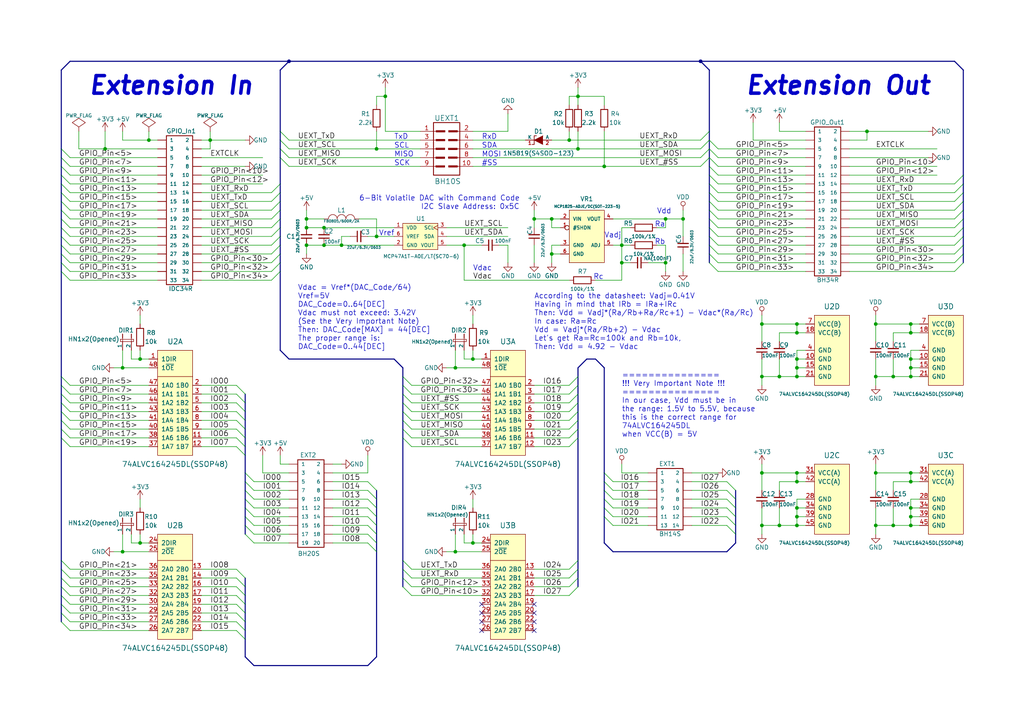
<source format=kicad_sch>
(kicad_sch (version 20230121) (generator eeschema)
  (paper "A4")
  (title_block (rev "A") (company "OLimeX LTD") (comment 1 "https://www.olimex.com/"))
  (junction (at 40.64 104.14))
  (junction (at 259.08 152.4))
  (junction (at 175.26 48.26))
  (junction (at 193.04 63.5))
  (junction (at 264.16 152.4))
  (junction (at 220.98 152.4))
  (junction (at 254 109.22))
  (junction (at 167.64 27.94))
  (junction (at 264.16 147.32))
  (junction (at 264.16 106.68))
  (junction (at 40.64 157.48))
  (junction (at 264.16 93.98))
  (junction (at 231.14 106.68))
  (junction (at 132.08 106.68))
  (junction (at 226.06 152.4))
  (junction (at 93.98 71.12))
  (junction (at 231.14 137.16))
  (junction (at 203.2 17.78))
  (junction (at 259.08 109.22))
  (junction (at 83.82 17.78))
  (junction (at 43.18 40.64))
  (junction (at 231.14 104.14))
  (junction (at 231.14 149.86))
  (junction (at 226.06 109.22))
  (junction (at 231.14 93.98))
  (junction (at 93.98 66.04))
  (junction (at 264.16 137.16))
  (junction (at 99.06 71.12))
  (junction (at 88.9 63.5))
  (junction (at 160.02 63.5))
  (junction (at 165.1 40.64))
  (junction (at 231.14 152.4))
  (junction (at 254 152.4))
  (junction (at 160.02 73.66))
  (junction (at 88.9 71.12))
  (junction (at 264.16 104.14))
  (junction (at 132.08 160.02))
  (junction (at 264.16 96.52))
  (junction (at 264.16 149.86))
  (junction (at 30.48 43.18))
  (junction (at 180.34 71.12))
  (junction (at 231.14 147.32))
  (junction (at 134.62 71.12))
  (junction (at 60.96 40.64))
  (junction (at 264.16 109.22))
  (junction (at 254 137.16))
  (junction (at 154.94 63.5))
  (junction (at 180.34 76.2))
  (junction (at 220.98 137.16))
  (junction (at 231.14 96.52))
  (junction (at 193.04 76.2))
  (junction (at 137.16 157.48))
  (junction (at 264.16 139.7))
  (junction (at 198.12 63.5))
  (junction (at 231.14 139.7))
  (junction (at 35.56 106.68))
  (junction (at 167.64 43.18))
  (junction (at 231.14 109.22))
  (junction (at 254 93.98))
  (junction (at 220.98 109.22))
  (junction (at 35.56 160.02))
  (junction (at 109.22 68.58))
  (junction (at 137.16 104.14))
  (junction (at 111.76 27.94))
  (junction (at 220.98 93.98))
  (junction (at 251.46 38.1))
  (junction (at 88.9 66.04))
  (junction (at 109.22 43.18))
  (no_connect (at 139.7 182.88))
  (no_connect (at 154.94 182.88))
  (no_connect (at 139.7 177.8))
  (no_connect (at 139.7 175.26))
  (no_connect (at 154.94 180.34))
  (no_connect (at 139.7 180.34))
  (no_connect (at 154.94 177.8))
  (no_connect (at 154.94 175.26))
  (bus_entry (at 279.4 53.34) (size -2.54 2.54))
  (bus_entry (at 279.4 68.58) (size -2.54 2.54))
  (bus_entry (at 81.28 60.96) (size -2.54 2.54))
  (bus_entry (at 210.82 152.4) (size 2.54 2.54))
  (bus_entry (at 167.64 165.1) (size -2.54 2.54))
  (bus_entry (at 71.12 137.16) (size 2.54 2.54))
  (bus_entry (at 17.78 73.66) (size 2.54 2.54))
  (bus_entry (at 83.82 40.64) (size -2.54 -2.54))
  (bus_entry (at 205.74 58.42) (size 2.54 2.54))
  (bus_entry (at 83.82 45.72) (size -2.54 -2.54))
  (bus_entry (at 205.74 48.26) (size 2.54 2.54))
  (bus_entry (at 167.64 124.46) (size -2.54 2.54))
  (bus_entry (at 71.12 149.86) (size 2.54 2.54))
  (bus_entry (at 81.28 58.42) (size -2.54 2.54))
  (bus_entry (at 71.12 152.4) (size 2.54 2.54))
  (bus_entry (at 71.12 139.7) (size 2.54 2.54))
  (bus_entry (at 175.26 139.7) (size 2.54 2.54))
  (bus_entry (at 279.4 63.5) (size -2.54 2.54))
  (bus_entry (at 205.74 40.64) (size 2.54 2.54))
  (bus_entry (at 17.78 124.46) (size 2.54 2.54))
  (bus_entry (at 17.78 43.18) (size 2.54 2.54))
  (bus_entry (at 119.38 129.54) (size -2.54 -2.54))
  (bus_entry (at 175.26 144.78) (size 2.54 2.54))
  (bus_entry (at 175.26 142.24) (size 2.54 2.54))
  (bus_entry (at 210.82 144.78) (size 2.54 2.54))
  (bus_entry (at 68.58 177.8) (size 2.54 2.54))
  (bus_entry (at 17.78 63.5) (size 2.54 2.54))
  (bus_entry (at 119.38 165.1) (size -2.54 -2.54))
  (bus_entry (at 205.74 76.2) (size 2.54 2.54))
  (bus_entry (at 71.12 154.94) (size 2.54 2.54))
  (bus_entry (at 81.28 55.88) (size -2.54 2.54))
  (bus_entry (at 175.26 149.86) (size 2.54 2.54))
  (bus_entry (at 167.64 111.76) (size -2.54 2.54))
  (bus_entry (at 205.74 73.66) (size 2.54 2.54))
  (bus_entry (at 81.28 68.58) (size -2.54 2.54))
  (bus_entry (at 119.38 167.64) (size -2.54 -2.54))
  (bus_entry (at 210.82 142.24) (size 2.54 2.54))
  (bus_entry (at 119.38 121.92) (size -2.54 -2.54))
  (bus_entry (at 68.58 170.18) (size 2.54 2.54))
  (bus_entry (at 109.22 144.78) (size -2.54 -2.54))
  (bus_entry (at 71.12 147.32) (size 2.54 2.54))
  (bus_entry (at 205.74 71.12) (size 2.54 2.54))
  (bus_entry (at 17.78 180.34) (size 2.54 2.54))
  (bus_entry (at 167.64 116.84) (size -2.54 2.54))
  (bus_entry (at 279.4 58.42) (size -2.54 2.54))
  (bus_entry (at 116.84 170.18) (size 2.54 2.54))
  (bus_entry (at 83.82 43.18) (size -2.54 -2.54))
  (bus_entry (at 68.58 111.76) (size 2.54 2.54))
  (bus_entry (at 279.4 76.2) (size -2.54 2.54))
  (bus_entry (at 175.26 137.16) (size 2.54 2.54))
  (bus_entry (at 17.78 165.1) (size 2.54 2.54))
  (bus_entry (at 279.4 55.88) (size -2.54 2.54))
  (bus_entry (at 17.78 116.84) (size 2.54 2.54))
  (bus_entry (at 109.22 160.02) (size -2.54 -2.54))
  (bus_entry (at 205.74 50.8) (size 2.54 2.54))
  (bus_entry (at 167.64 170.18) (size -2.54 2.54))
  (bus_entry (at 68.58 165.1) (size 2.54 2.54))
  (bus_entry (at 17.78 76.2) (size 2.54 2.54))
  (bus_entry (at 17.78 50.8) (size 2.54 2.54))
  (bus_entry (at 279.4 73.66) (size -2.54 2.54))
  (bus_entry (at 175.26 147.32) (size 2.54 2.54))
  (bus_entry (at 68.58 114.3) (size 2.54 2.54))
  (bus_entry (at 17.78 170.18) (size 2.54 2.54))
  (bus_entry (at 68.58 129.54) (size 2.54 2.54))
  (bus_entry (at 17.78 177.8) (size 2.54 2.54))
  (bus_entry (at 109.22 154.94) (size -2.54 -2.54))
  (bus_entry (at 17.78 167.64) (size 2.54 2.54))
  (bus_entry (at 17.78 175.26) (size 2.54 2.54))
  (bus_entry (at 68.58 167.64) (size 2.54 2.54))
  (bus_entry (at 17.78 58.42) (size 2.54 2.54))
  (bus_entry (at 119.38 124.46) (size -2.54 -2.54))
  (bus_entry (at 205.74 45.72) (size -2.54 2.54))
  (bus_entry (at 68.58 121.92) (size 2.54 2.54))
  (bus_entry (at 279.4 66.04) (size -2.54 2.54))
  (bus_entry (at 205.74 45.72) (size 2.54 2.54))
  (bus_entry (at 68.58 116.84) (size 2.54 2.54))
  (bus_entry (at 71.12 144.78) (size 2.54 2.54))
  (bus_entry (at 109.22 142.24) (size -2.54 -2.54))
  (bus_entry (at 203.2 40.64) (size 2.54 -2.54))
  (bus_entry (at 17.78 121.92) (size 2.54 2.54))
  (bus_entry (at 203.2 45.72) (size 2.54 -2.54))
  (bus_entry (at 203.2 43.18) (size 2.54 -2.54))
  (bus_entry (at 205.74 68.58) (size 2.54 2.54))
  (bus_entry (at 167.64 114.3) (size -2.54 2.54))
  (bus_entry (at 109.22 157.48) (size -2.54 -2.54))
  (bus_entry (at 119.38 119.38) (size -2.54 -2.54))
  (bus_entry (at 119.38 114.3) (size -2.54 -2.54))
  (bus_entry (at 17.78 71.12) (size 2.54 2.54))
  (bus_entry (at 81.28 78.74) (size -2.54 2.54))
  (bus_entry (at 279.4 71.12) (size -2.54 2.54))
  (bus_entry (at 81.28 71.12) (size -2.54 2.54))
  (bus_entry (at 81.28 63.5) (size -2.54 2.54))
  (bus_entry (at 17.78 162.56) (size 2.54 2.54))
  (bus_entry (at 210.82 139.7) (size 2.54 2.54))
  (bus_entry (at 68.58 172.72) (size 2.54 2.54))
  (bus_entry (at 17.78 114.3) (size 2.54 2.54))
  (bus_entry (at 205.74 63.5) (size 2.54 2.54))
  (bus_entry (at 109.22 147.32) (size -2.54 -2.54))
  (bus_entry (at 17.78 78.74) (size 2.54 2.54))
  (bus_entry (at 17.78 60.96) (size 2.54 2.54))
  (bus_entry (at 17.78 53.34) (size 2.54 2.54))
  (bus_entry (at 210.82 149.86) (size 2.54 2.54))
  (bus_entry (at 17.78 109.22) (size 2.54 2.54))
  (bus_entry (at 167.64 121.92) (size -2.54 2.54))
  (bus_entry (at 68.58 119.38) (size 2.54 2.54))
  (bus_entry (at 17.78 111.76) (size 2.54 2.54))
  (bus_entry (at 83.82 48.26) (size -2.54 -2.54))
  (bus_entry (at 205.74 53.34) (size 2.54 2.54))
  (bus_entry (at 71.12 142.24) (size 2.54 2.54))
  (bus_entry (at 119.38 116.84) (size -2.54 -2.54))
  (bus_entry (at 167.64 127) (size -2.54 2.54))
  (bus_entry (at 81.28 66.04) (size -2.54 2.54))
  (bus_entry (at 17.78 172.72) (size 2.54 2.54))
  (bus_entry (at 210.82 147.32) (size 2.54 2.54))
  (bus_entry (at 205.74 66.04) (size 2.54 2.54))
  (bus_entry (at 17.78 66.04) (size 2.54 2.54))
  (bus_entry (at 17.78 68.58) (size 2.54 2.54))
  (bus_entry (at 68.58 175.26) (size 2.54 2.54))
  (bus_entry (at 68.58 124.46) (size 2.54 2.54))
  (bus_entry (at 68.58 127) (size 2.54 2.54))
  (bus_entry (at 17.78 119.38) (size 2.54 2.54))
  (bus_entry (at 167.64 109.22) (size -2.54 2.54))
  (bus_entry (at 68.58 180.34) (size 2.54 2.54))
  (bus_entry (at 81.28 76.2) (size -2.54 2.54))
  (bus_entry (at 109.22 149.86) (size -2.54 -2.54))
  (bus_entry (at 68.58 182.88) (size 2.54 2.54))
  (bus_entry (at 205.74 43.18) (size 2.54 2.54))
  (bus_entry (at 119.38 111.76) (size -2.54 -2.54))
  (bus_entry (at 279.4 60.96) (size -2.54 2.54))
  (bus_entry (at 119.38 127) (size -2.54 -2.54))
  (bus_entry (at 81.28 53.34) (size -2.54 2.54))
  (bus_entry (at 167.64 162.56) (size -2.54 2.54))
  (bus_entry (at 17.78 55.88) (size 2.54 2.54))
  (bus_entry (at 279.4 50.8) (size -2.54 2.54))
  (bus_entry (at 116.84 167.64) (size 2.54 2.54))
  (bus_entry (at 17.78 127) (size 2.54 2.54))
  (bus_entry (at 81.28 73.66) (size -2.54 2.54))
  (bus_entry (at 167.64 167.64) (size -2.54 2.54))
  (bus_entry (at 167.64 119.38) (size -2.54 2.54))
  (bus_entry (at 109.22 152.4) (size -2.54 -2.54))
  (bus_entry (at 17.78 48.26) (size 2.54 2.54))
  (bus_entry (at 17.78 45.72) (size 2.54 2.54))
  (bus_entry (at 205.74 60.96) (size 2.54 2.54))
  (bus_entry (at 205.74 55.88) (size 2.54 2.54))
  (wire (pts (xy 180.34 81.28) (xy 172.72 81.28)))
  (wire (pts (xy 233.68 76.2) (xy 208.28 76.2)))
  (wire (pts (xy 187.96 142.24) (xy 177.8 142.24)))
  (bus (pts (xy 116.84 127) (xy 116.84 162.56)))
  (wire (pts (xy 58.42 73.66) (xy 78.74 73.66)))
  (wire (pts (xy 233.68 71.12) (xy 208.28 71.12)))
  (wire (pts (xy 58.42 76.2) (xy 78.74 76.2)))
  (wire (pts (xy 226.06 99.06) (xy 226.06 96.52)))
  (wire (pts (xy 88.9 71.12) (xy 93.98 71.12)))
  (wire (pts (xy 246.38 78.74) (xy 276.86 78.74)))
  (bus (pts (xy 109.22 142.24) (xy 109.22 144.78)))
  (bus (pts (xy 279.4 55.88) (xy 279.4 58.42)))
  (wire (pts (xy 43.18 177.8) (xy 20.32 177.8)))
  (wire (pts (xy 43.18 38.1) (xy 43.18 40.64)))
  (bus (pts (xy 205.74 48.26) (xy 205.74 50.8)))
  (wire (pts (xy 264.16 149.86) (xy 264.16 152.4)))
  (wire (pts (xy 35.56 40.64) (xy 43.18 40.64)))
  (wire (pts (xy 96.52 149.86) (xy 106.68 149.86)))
  (wire (pts (xy 45.72 63.5) (xy 20.32 63.5)))
  (wire (pts (xy 266.7 147.32) (xy 264.16 147.32)))
  (bus (pts (xy 17.78 172.72) (xy 17.78 175.26)))
  (wire (pts (xy 144.78 71.12) (xy 147.32 71.12)))
  (wire (pts (xy 175.26 27.94) (xy 175.26 30.48)))
  (bus (pts (xy 167.64 162.56) (xy 167.64 165.1)))
  (wire (pts (xy 96.52 152.4) (xy 106.68 152.4)))
  (bus (pts (xy 71.12 144.78) (xy 71.12 147.32)))
  (wire (pts (xy 45.72 58.42) (xy 20.32 58.42)))
  (wire (pts (xy 154.94 63.5) (xy 160.02 63.5)))
  (wire (pts (xy 226.06 139.7) (xy 231.14 139.7)))
  (wire (pts (xy 38.1 157.48) (xy 40.64 157.48)))
  (wire (pts (xy 233.68 104.14) (xy 231.14 104.14)))
  (bus (pts (xy 71.12 175.26) (xy 71.12 177.8)))
  (wire (pts (xy 187.96 152.4) (xy 177.8 152.4)))
  (wire (pts (xy 58.42 71.12) (xy 78.74 71.12)))
  (bus (pts (xy 167.64 111.76) (xy 167.64 114.3)))
  (bus (pts (xy 71.12 139.7) (xy 71.12 142.24)))
  (bus (pts (xy 71.12 177.8) (xy 71.12 180.34)))
  (wire (pts (xy 58.42 129.54) (xy 68.58 129.54)))
  (wire (pts (xy 266.7 144.78) (xy 264.16 144.78)))
  (wire (pts (xy 93.98 63.5) (xy 88.9 63.5)))
  (wire (pts (xy 99.06 68.58) (xy 99.06 71.12)))
  (bus (pts (xy 17.78 124.46) (xy 17.78 127)))
  (wire (pts (xy 264.16 96.52) (xy 266.7 96.52)))
  (wire (pts (xy 165.1 40.64) (xy 165.1 38.1)))
  (wire (pts (xy 58.42 180.34) (xy 68.58 180.34)))
  (wire (pts (xy 137.16 104.14) (xy 139.7 104.14)))
  (bus (pts (xy 114.3 104.14) (xy 116.84 106.68)))
  (bus (pts (xy 175.26 106.68) (xy 175.26 137.16)))
  (bus (pts (xy 17.78 68.58) (xy 17.78 71.12)))
  (bus (pts (xy 17.78 127) (xy 17.78 162.56)))
  (wire (pts (xy 96.52 157.48) (xy 106.68 157.48)))
  (wire (pts (xy 73.66 144.78) (xy 83.82 144.78)))
  (bus (pts (xy 175.26 137.16) (xy 175.26 139.7)))
  (bus (pts (xy 20.32 17.78) (xy 83.82 17.78)))
  (wire (pts (xy 58.42 170.18) (xy 68.58 170.18)))
  (wire (pts (xy 218.44 40.64) (xy 218.44 35.56)))
  (bus (pts (xy 71.12 127) (xy 71.12 129.54)))
  (wire (pts (xy 73.66 152.4) (xy 83.82 152.4)))
  (wire (pts (xy 254 147.32) (xy 254 152.4)))
  (bus (pts (xy 116.84 121.92) (xy 116.84 124.46)))
  (wire (pts (xy 226.06 109.22) (xy 231.14 109.22)))
  (bus (pts (xy 109.22 190.5) (xy 106.68 193.04)))
  (wire (pts (xy 109.22 68.58) (xy 109.22 63.5)))
  (wire (pts (xy 137.16 91.44) (xy 137.16 93.98)))
  (bus (pts (xy 175.26 144.78) (xy 175.26 147.32)))
  (wire (pts (xy 254 93.98) (xy 264.16 93.98)))
  (wire (pts (xy 220.98 137.16) (xy 220.98 142.24)))
  (wire (pts (xy 259.08 104.14) (xy 259.08 109.22)))
  (wire (pts (xy 231.14 147.32) (xy 231.14 149.86)))
  (wire (pts (xy 109.22 30.48) (xy 109.22 27.94)))
  (wire (pts (xy 96.52 142.24) (xy 106.68 142.24)))
  (wire (pts (xy 266.7 149.86) (xy 264.16 149.86)))
  (wire (pts (xy 246.38 68.58) (xy 276.86 68.58)))
  (bus (pts (xy 81.28 66.04) (xy 81.28 68.58)))
  (bus (pts (xy 205.74 73.66) (xy 205.74 76.2)))
  (wire (pts (xy 264.16 104.14) (xy 264.16 106.68)))
  (wire (pts (xy 167.64 27.94) (xy 175.26 27.94)))
  (wire (pts (xy 58.42 172.72) (xy 68.58 172.72)))
  (wire (pts (xy 162.56 66.04) (xy 160.02 66.04)))
  (bus (pts (xy 17.78 114.3) (xy 17.78 116.84)))
  (wire (pts (xy 22.86 43.18) (xy 30.48 43.18)))
  (bus (pts (xy 81.28 63.5) (xy 81.28 66.04)))
  (wire (pts (xy 231.14 137.16) (xy 233.68 137.16)))
  (bus (pts (xy 167.64 121.92) (xy 167.64 124.46)))
  (wire (pts (xy 246.38 76.2) (xy 276.86 76.2)))
  (bus (pts (xy 205.74 53.34) (xy 205.74 55.88)))
  (wire (pts (xy 119.38 172.72) (xy 139.7 172.72)))
  (wire (pts (xy 226.06 142.24) (xy 226.06 139.7)))
  (bus (pts (xy 213.36 157.48) (xy 210.82 160.02)))
  (wire (pts (xy 246.38 45.72) (xy 269.24 45.72)))
  (wire (pts (xy 259.08 96.52) (xy 264.16 96.52)))
  (wire (pts (xy 58.42 177.8) (xy 68.58 177.8)))
  (wire (pts (xy 40.64 144.78) (xy 40.64 147.32)))
  (wire (pts (xy 160.02 71.12) (xy 160.02 73.66)))
  (wire (pts (xy 58.42 55.88) (xy 78.74 55.88)))
  (wire (pts (xy 160.02 63.5) (xy 162.56 63.5)))
  (wire (pts (xy 106.68 68.58) (xy 109.22 68.58)))
  (bus (pts (xy 205.74 43.18) (xy 205.74 45.72)))
  (wire (pts (xy 132.08 106.68) (xy 139.7 106.68)))
  (wire (pts (xy 88.9 63.5) (xy 88.9 66.04)))
  (wire (pts (xy 220.98 93.98) (xy 231.14 93.98)))
  (wire (pts (xy 30.48 43.18) (xy 30.48 38.1)))
  (bus (pts (xy 81.28 38.1) (xy 81.28 40.64)))
  (wire (pts (xy 160.02 73.66) (xy 160.02 76.2)))
  (wire (pts (xy 193.04 63.5) (xy 198.12 63.5)))
  (bus (pts (xy 81.28 68.58) (xy 81.28 71.12)))
  (bus (pts (xy 175.26 147.32) (xy 175.26 149.86)))
  (wire (pts (xy 129.54 68.58) (xy 147.32 68.58)))
  (wire (pts (xy 264.16 137.16) (xy 266.7 137.16)))
  (bus (pts (xy 81.28 60.96) (xy 81.28 63.5)))
  (wire (pts (xy 132.08 154.94) (xy 132.08 160.02)))
  (bus (pts (xy 213.36 149.86) (xy 213.36 152.4)))
  (wire (pts (xy 58.42 111.76) (xy 68.58 111.76)))
  (wire (pts (xy 175.26 38.1) (xy 175.26 48.26)))
  (wire (pts (xy 200.66 144.78) (xy 210.82 144.78)))
  (bus (pts (xy 279.4 63.5) (xy 279.4 66.04)))
  (bus (pts (xy 167.64 127) (xy 167.64 162.56)))
  (wire (pts (xy 58.42 68.58) (xy 78.74 68.58)))
  (bus (pts (xy 279.4 20.32) (xy 279.4 50.8)))
  (wire (pts (xy 139.7 127) (xy 119.38 127)))
  (wire (pts (xy 187.96 149.86) (xy 177.8 149.86)))
  (wire (pts (xy 264.16 137.16) (xy 264.16 139.7)))
  (wire (pts (xy 93.98 71.12) (xy 99.06 71.12)))
  (bus (pts (xy 279.4 60.96) (xy 279.4 63.5)))
  (wire (pts (xy 45.72 78.74) (xy 20.32 78.74)))
  (bus (pts (xy 279.4 58.42) (xy 279.4 60.96)))
  (bus (pts (xy 109.22 152.4) (xy 109.22 154.94)))
  (wire (pts (xy 220.98 137.16) (xy 231.14 137.16)))
  (wire (pts (xy 220.98 104.14) (xy 220.98 109.22)))
  (wire (pts (xy 38.1 154.94) (xy 38.1 157.48)))
  (wire (pts (xy 246.38 55.88) (xy 276.86 55.88)))
  (wire (pts (xy 43.18 121.92) (xy 20.32 121.92)))
  (bus (pts (xy 116.84 119.38) (xy 116.84 121.92)))
  (bus (pts (xy 109.22 154.94) (xy 109.22 157.48)))
  (wire (pts (xy 43.18 182.88) (xy 20.32 182.88)))
  (wire (pts (xy 154.94 129.54) (xy 165.1 129.54)))
  (wire (pts (xy 233.68 147.32) (xy 231.14 147.32)))
  (wire (pts (xy 45.72 55.88) (xy 20.32 55.88)))
  (wire (pts (xy 200.66 139.7) (xy 210.82 139.7)))
  (wire (pts (xy 139.7 167.64) (xy 119.38 167.64)))
  (bus (pts (xy 167.64 109.22) (xy 167.64 111.76)))
  (wire (pts (xy 76.2 50.8) (xy 58.42 50.8)))
  (wire (pts (xy 58.42 167.64) (xy 68.58 167.64)))
  (wire (pts (xy 233.68 144.78) (xy 231.14 144.78)))
  (wire (pts (xy 139.7 116.84) (xy 119.38 116.84)))
  (wire (pts (xy 45.72 50.8) (xy 20.32 50.8)))
  (bus (pts (xy 116.84 165.1) (xy 116.84 167.64)))
  (bus (pts (xy 71.12 152.4) (xy 71.12 154.94)))
  (wire (pts (xy 233.68 53.34) (xy 208.28 53.34)))
  (bus (pts (xy 205.74 60.96) (xy 205.74 63.5)))
  (wire (pts (xy 134.62 101.6) (xy 134.62 104.14)))
  (wire (pts (xy 187.96 144.78) (xy 177.8 144.78)))
  (bus (pts (xy 205.74 55.88) (xy 205.74 58.42)))
  (wire (pts (xy 254 104.14) (xy 254 109.22)))
  (wire (pts (xy 259.08 142.24) (xy 259.08 139.7)))
  (wire (pts (xy 154.94 119.38) (xy 165.1 119.38)))
  (wire (pts (xy 177.8 71.12) (xy 180.34 71.12)))
  (wire (pts (xy 198.12 60.96) (xy 198.12 63.5)))
  (wire (pts (xy 83.82 48.26) (xy 121.92 48.26)))
  (bus (pts (xy 109.22 144.78) (xy 109.22 147.32)))
  (wire (pts (xy 43.18 114.3) (xy 20.32 114.3)))
  (wire (pts (xy 226.06 96.52) (xy 231.14 96.52)))
  (bus (pts (xy 17.78 71.12) (xy 17.78 73.66)))
  (bus (pts (xy 109.22 147.32) (xy 109.22 149.86)))
  (wire (pts (xy 88.9 66.04) (xy 93.98 66.04)))
  (wire (pts (xy 200.66 149.86) (xy 210.82 149.86)))
  (bus (pts (xy 71.12 149.86) (xy 71.12 152.4)))
  (wire (pts (xy 231.14 101.6) (xy 231.14 104.14)))
  (bus (pts (xy 83.82 17.78) (xy 203.2 17.78)))
  (wire (pts (xy 43.18 172.72) (xy 20.32 172.72)))
  (wire (pts (xy 167.64 27.94) (xy 167.64 30.48)))
  (wire (pts (xy 76.2 45.72) (xy 58.42 45.72)))
  (bus (pts (xy 17.78 20.32) (xy 17.78 43.18)))
  (wire (pts (xy 231.14 96.52) (xy 233.68 96.52)))
  (bus (pts (xy 81.28 78.74) (xy 81.28 101.6)))
  (wire (pts (xy 231.14 137.16) (xy 231.14 139.7)))
  (bus (pts (xy 71.12 137.16) (xy 71.12 139.7)))
  (wire (pts (xy 167.64 43.18) (xy 167.64 38.1)))
  (bus (pts (xy 276.86 17.78) (xy 279.4 20.32)))
  (wire (pts (xy 233.68 50.8) (xy 208.28 50.8)))
  (wire (pts (xy 132.08 160.02) (xy 139.7 160.02)))
  (wire (pts (xy 106.68 137.16) (xy 106.68 132.08)))
  (wire (pts (xy 200.66 137.16) (xy 208.28 137.16)))
  (bus (pts (xy 71.12 132.08) (xy 71.12 137.16)))
  (wire (pts (xy 35.56 160.02) (xy 43.18 160.02)))
  (wire (pts (xy 246.38 66.04) (xy 276.86 66.04)))
  (wire (pts (xy 40.64 91.44) (xy 40.64 93.98)))
  (bus (pts (xy 167.64 124.46) (xy 167.64 127)))
  (bus (pts (xy 213.36 147.32) (xy 213.36 149.86)))
  (wire (pts (xy 134.62 81.28) (xy 165.1 81.28)))
  (wire (pts (xy 271.78 43.18) (xy 246.38 43.18)))
  (bus (pts (xy 167.64 116.84) (xy 167.64 119.38)))
  (wire (pts (xy 33.02 160.02) (xy 35.56 160.02)))
  (wire (pts (xy 233.68 68.58) (xy 208.28 68.58)))
  (wire (pts (xy 73.66 142.24) (xy 83.82 142.24)))
  (wire (pts (xy 233.68 58.42) (xy 208.28 58.42)))
  (wire (pts (xy 231.14 152.4) (xy 233.68 152.4)))
  (bus (pts (xy 175.26 157.48) (xy 177.8 160.02)))
  (wire (pts (xy 266.7 104.14) (xy 264.16 104.14)))
  (wire (pts (xy 271.78 50.8) (xy 246.38 50.8)))
  (bus (pts (xy 116.84 106.68) (xy 116.84 109.22)))
  (wire (pts (xy 129.54 160.02) (xy 132.08 160.02)))
  (bus (pts (xy 71.12 180.34) (xy 71.12 182.88)))
  (wire (pts (xy 137.16 48.26) (xy 175.26 48.26)))
  (bus (pts (xy 177.8 160.02) (xy 210.82 160.02)))
  (bus (pts (xy 17.78 170.18) (xy 17.78 172.72)))
  (wire (pts (xy 139.7 119.38) (xy 119.38 119.38)))
  (wire (pts (xy 109.22 63.5) (xy 104.14 63.5)))
  (wire (pts (xy 111.76 25.4) (xy 111.76 27.94)))
  (bus (pts (xy 109.22 160.02) (xy 109.22 190.5)))
  (wire (pts (xy 129.54 66.04) (xy 147.32 66.04)))
  (wire (pts (xy 165.1 27.94) (xy 167.64 27.94)))
  (bus (pts (xy 172.72 104.14) (xy 175.26 106.68)))
  (wire (pts (xy 33.02 106.68) (xy 35.56 106.68)))
  (bus (pts (xy 81.28 20.32) (xy 81.28 38.1)))
  (wire (pts (xy 231.14 93.98) (xy 231.14 96.52)))
  (wire (pts (xy 246.38 40.64) (xy 251.46 40.64)))
  (wire (pts (xy 233.68 149.86) (xy 231.14 149.86)))
  (bus (pts (xy 17.78 45.72) (xy 17.78 48.26)))
  (wire (pts (xy 198.12 63.5) (xy 198.12 68.58)))
  (bus (pts (xy 81.28 71.12) (xy 81.28 73.66)))
  (wire (pts (xy 231.14 93.98) (xy 233.68 93.98)))
  (wire (pts (xy 45.72 81.28) (xy 20.32 81.28)))
  (wire (pts (xy 180.34 66.04) (xy 180.34 71.12)))
  (wire (pts (xy 220.98 147.32) (xy 220.98 152.4)))
  (wire (pts (xy 152.4 40.64) (xy 137.16 40.64)))
  (wire (pts (xy 76.2 137.16) (xy 76.2 132.08)))
  (wire (pts (xy 58.42 124.46) (xy 68.58 124.46)))
  (wire (pts (xy 231.14 144.78) (xy 231.14 147.32)))
  (bus (pts (xy 213.36 144.78) (xy 213.36 147.32)))
  (wire (pts (xy 162.56 73.66) (xy 160.02 73.66)))
  (wire (pts (xy 233.68 66.04) (xy 208.28 66.04)))
  (bus (pts (xy 205.74 20.32) (xy 203.2 17.78)))
  (wire (pts (xy 83.82 43.18) (xy 109.22 43.18)))
  (wire (pts (xy 226.06 147.32) (xy 226.06 152.4)))
  (wire (pts (xy 251.46 38.1) (xy 269.24 38.1)))
  (wire (pts (xy 264.16 101.6) (xy 264.16 104.14)))
  (wire (pts (xy 233.68 78.74) (xy 208.28 78.74)))
  (bus (pts (xy 17.78 165.1) (xy 17.78 167.64)))
  (wire (pts (xy 137.16 38.1) (xy 147.32 38.1)))
  (wire (pts (xy 134.62 104.14) (xy 137.16 104.14)))
  (wire (pts (xy 43.18 119.38) (xy 20.32 119.38)))
  (bus (pts (xy 81.28 53.34) (xy 81.28 55.88)))
  (wire (pts (xy 58.42 58.42) (xy 78.74 58.42)))
  (bus (pts (xy 17.78 167.64) (xy 17.78 170.18)))
  (wire (pts (xy 259.08 152.4) (xy 264.16 152.4)))
  (wire (pts (xy 233.68 40.64) (xy 218.44 40.64)))
  (bus (pts (xy 71.12 114.3) (xy 71.12 116.84)))
  (wire (pts (xy 233.68 45.72) (xy 208.28 45.72)))
  (wire (pts (xy 254 91.44) (xy 254 93.98)))
  (wire (pts (xy 101.6 68.58) (xy 99.06 68.58)))
  (wire (pts (xy 134.62 157.48) (xy 137.16 157.48)))
  (wire (pts (xy 43.18 165.1) (xy 20.32 165.1)))
  (wire (pts (xy 58.42 60.96) (xy 78.74 60.96)))
  (wire (pts (xy 45.72 53.34) (xy 20.32 53.34)))
  (wire (pts (xy 43.18 167.64) (xy 20.32 167.64)))
  (wire (pts (xy 233.68 60.96) (xy 208.28 60.96)))
  (wire (pts (xy 264.16 144.78) (xy 264.16 147.32)))
  (wire (pts (xy 154.94 165.1) (xy 165.1 165.1)))
  (wire (pts (xy 200.66 152.4) (xy 210.82 152.4)))
  (bus (pts (xy 116.84 116.84) (xy 116.84 119.38)))
  (wire (pts (xy 154.94 124.46) (xy 165.1 124.46)))
  (wire (pts (xy 233.68 101.6) (xy 231.14 101.6)))
  (wire (pts (xy 259.08 147.32) (xy 259.08 152.4)))
  (wire (pts (xy 264.16 147.32) (xy 264.16 149.86)))
  (bus (pts (xy 167.64 119.38) (xy 167.64 121.92)))
  (wire (pts (xy 139.7 124.46) (xy 119.38 124.46)))
  (wire (pts (xy 109.22 27.94) (xy 111.76 27.94)))
  (wire (pts (xy 154.94 111.76) (xy 165.1 111.76)))
  (wire (pts (xy 231.14 104.14) (xy 231.14 106.68)))
  (bus (pts (xy 71.12 129.54) (xy 71.12 132.08)))
  (bus (pts (xy 167.64 106.68) (xy 170.18 104.14)))
  (wire (pts (xy 154.94 63.5) (xy 154.94 66.04)))
  (wire (pts (xy 254 109.22) (xy 254 111.76)))
  (bus (pts (xy 71.12 116.84) (xy 71.12 119.38)))
  (wire (pts (xy 266.7 101.6) (xy 264.16 101.6)))
  (bus (pts (xy 17.78 162.56) (xy 17.78 165.1)))
  (wire (pts (xy 43.18 116.84) (xy 20.32 116.84)))
  (bus (pts (xy 81.28 73.66) (xy 81.28 76.2)))
  (wire (pts (xy 160.02 66.04) (xy 160.02 63.5)))
  (wire (pts (xy 165.1 27.94) (xy 165.1 30.48)))
  (bus (pts (xy 71.12 121.92) (xy 71.12 124.46)))
  (wire (pts (xy 58.42 114.3) (xy 68.58 114.3)))
  (wire (pts (xy 43.18 129.54) (xy 20.32 129.54)))
  (wire (pts (xy 137.16 157.48) (xy 139.7 157.48)))
  (wire (pts (xy 81.28 134.62) (xy 81.28 132.08)))
  (wire (pts (xy 43.18 175.26) (xy 20.32 175.26)))
  (wire (pts (xy 139.7 129.54) (xy 119.38 129.54)))
  (wire (pts (xy 271.78 48.26) (xy 246.38 48.26)))
  (wire (pts (xy 43.18 124.46) (xy 20.32 124.46)))
  (wire (pts (xy 193.04 66.04) (xy 193.04 63.5)))
  (wire (pts (xy 180.34 71.12) (xy 182.88 71.12)))
  (wire (pts (xy 264.16 139.7) (xy 266.7 139.7)))
  (bus (pts (xy 170.18 104.14) (xy 172.72 104.14)))
  (wire (pts (xy 22.86 43.18) (xy 22.86 38.1)))
  (wire (pts (xy 129.54 71.12) (xy 134.62 71.12)))
  (wire (pts (xy 99.06 71.12) (xy 114.3 71.12)))
  (wire (pts (xy 233.68 38.1) (xy 226.06 38.1)))
  (wire (pts (xy 40.64 104.14) (xy 43.18 104.14)))
  (bus (pts (xy 279.4 66.04) (xy 279.4 68.58)))
  (wire (pts (xy 187.96 147.32) (xy 177.8 147.32)))
  (wire (pts (xy 96.52 134.62) (xy 99.06 134.62)))
  (wire (pts (xy 137.16 101.6) (xy 137.16 104.14)))
  (wire (pts (xy 58.42 78.74) (xy 78.74 78.74)))
  (wire (pts (xy 35.56 106.68) (xy 43.18 106.68)))
  (bus (pts (xy 205.74 45.72) (xy 205.74 48.26)))
  (bus (pts (xy 205.74 68.58) (xy 205.74 71.12)))
  (wire (pts (xy 264.16 152.4) (xy 266.7 152.4)))
  (bus (pts (xy 17.78 60.96) (xy 17.78 63.5)))
  (bus (pts (xy 17.78 73.66) (xy 17.78 76.2)))
  (wire (pts (xy 43.18 180.34) (xy 20.32 180.34)))
  (wire (pts (xy 58.42 127) (xy 68.58 127)))
  (wire (pts (xy 43.18 127) (xy 20.32 127)))
  (bus (pts (xy 116.84 114.3) (xy 116.84 116.84)))
  (bus (pts (xy 205.74 58.42) (xy 205.74 60.96)))
  (wire (pts (xy 167.64 25.4) (xy 167.64 27.94)))
  (wire (pts (xy 43.18 170.18) (xy 20.32 170.18)))
  (wire (pts (xy 96.52 147.32) (xy 106.68 147.32)))
  (bus (pts (xy 279.4 68.58) (xy 279.4 71.12)))
  (wire (pts (xy 200.66 142.24) (xy 210.82 142.24)))
  (bus (pts (xy 175.26 139.7) (xy 175.26 142.24)))
  (wire (pts (xy 137.16 144.78) (xy 137.16 147.32)))
  (wire (pts (xy 88.9 60.96) (xy 88.9 63.5)))
  (bus (pts (xy 167.64 114.3) (xy 167.64 116.84)))
  (wire (pts (xy 246.38 63.5) (xy 276.86 63.5)))
  (wire (pts (xy 137.16 45.72) (xy 203.2 45.72)))
  (wire (pts (xy 58.42 66.04) (xy 78.74 66.04)))
  (wire (pts (xy 246.38 60.96) (xy 276.86 60.96)))
  (wire (pts (xy 109.22 68.58) (xy 114.3 68.58)))
  (wire (pts (xy 154.94 71.12) (xy 154.94 76.2)))
  (wire (pts (xy 160.02 40.64) (xy 165.1 40.64)))
  (wire (pts (xy 137.16 43.18) (xy 167.64 43.18)))
  (bus (pts (xy 213.36 154.94) (xy 213.36 157.48)))
  (bus (pts (xy 109.22 149.86) (xy 109.22 152.4)))
  (bus (pts (xy 17.78 20.32) (xy 20.32 17.78)))
  (wire (pts (xy 45.72 76.2) (xy 20.32 76.2)))
  (wire (pts (xy 220.98 91.44) (xy 220.98 93.98)))
  (wire (pts (xy 220.98 93.98) (xy 220.98 99.06)))
  (wire (pts (xy 40.64 154.94) (xy 40.64 157.48)))
  (wire (pts (xy 73.66 154.94) (xy 83.82 154.94)))
  (wire (pts (xy 129.54 106.68) (xy 132.08 106.68)))
  (bus (pts (xy 167.64 165.1) (xy 167.64 167.64)))
  (wire (pts (xy 154.94 121.92) (xy 165.1 121.92)))
  (wire (pts (xy 233.68 48.26) (xy 208.28 48.26)))
  (wire (pts (xy 45.72 73.66) (xy 20.32 73.66)))
  (bus (pts (xy 17.78 111.76) (xy 17.78 114.3)))
  (wire (pts (xy 220.98 109.22) (xy 226.06 109.22)))
  (wire (pts (xy 259.08 99.06) (xy 259.08 96.52)))
  (wire (pts (xy 30.48 43.18) (xy 45.72 43.18)))
  (bus (pts (xy 71.12 147.32) (xy 71.12 149.86)))
  (bus (pts (xy 175.26 142.24) (xy 175.26 144.78)))
  (wire (pts (xy 251.46 40.64) (xy 251.46 38.1)))
  (bus (pts (xy 71.12 119.38) (xy 71.12 121.92)))
  (wire (pts (xy 266.7 106.68) (xy 264.16 106.68)))
  (wire (pts (xy 154.94 116.84) (xy 165.1 116.84)))
  (bus (pts (xy 17.78 177.8) (xy 17.78 180.34)))
  (wire (pts (xy 246.38 73.66) (xy 276.86 73.66)))
  (bus (pts (xy 17.78 58.42) (xy 17.78 60.96)))
  (wire (pts (xy 35.56 154.94) (xy 35.56 160.02)))
  (bus (pts (xy 83.82 104.14) (xy 114.3 104.14)))
  (wire (pts (xy 111.76 27.94) (xy 111.76 38.1)))
  (wire (pts (xy 139.7 121.92) (xy 119.38 121.92)))
  (wire (pts (xy 226.06 38.1) (xy 226.06 35.56)))
  (bus (pts (xy 81.28 76.2) (xy 81.28 78.74)))
  (wire (pts (xy 45.72 71.12) (xy 20.32 71.12)))
  (wire (pts (xy 121.92 40.64) (xy 83.82 40.64)))
  (bus (pts (xy 17.78 116.84) (xy 17.78 119.38)))
  (wire (pts (xy 167.64 43.18) (xy 203.2 43.18)))
  (bus (pts (xy 17.78 55.88) (xy 17.78 58.42)))
  (wire (pts (xy 254 152.4) (xy 254 154.94)))
  (wire (pts (xy 147.32 71.12) (xy 147.32 76.2)))
  (wire (pts (xy 73.66 157.48) (xy 83.82 157.48)))
  (wire (pts (xy 83.82 134.62) (xy 81.28 134.62)))
  (bus (pts (xy 17.78 48.26) (xy 17.78 50.8)))
  (bus (pts (xy 71.12 142.24) (xy 71.12 144.78)))
  (bus (pts (xy 71.12 185.42) (xy 71.12 190.5)))
  (wire (pts (xy 231.14 106.68) (xy 231.14 109.22)))
  (bus (pts (xy 279.4 73.66) (xy 279.4 76.2)))
  (wire (pts (xy 246.38 71.12) (xy 276.86 71.12)))
  (wire (pts (xy 147.32 38.1) (xy 147.32 33.02)))
  (wire (pts (xy 254 137.16) (xy 264.16 137.16)))
  (wire (pts (xy 93.98 66.04) (xy 114.3 66.04)))
  (wire (pts (xy 73.66 149.86) (xy 83.82 149.86)))
  (bus (pts (xy 17.78 66.04) (xy 17.78 68.58)))
  (wire (pts (xy 83.82 137.16) (xy 76.2 137.16)))
  (wire (pts (xy 35.56 40.64) (xy 35.56 38.1)))
  (wire (pts (xy 38.1 104.14) (xy 40.64 104.14)))
  (bus (pts (xy 213.36 152.4) (xy 213.36 154.94)))
  (wire (pts (xy 200.66 147.32) (xy 210.82 147.32)))
  (wire (pts (xy 43.18 111.76) (xy 20.32 111.76)))
  (bus (pts (xy 205.74 38.1) (xy 205.74 40.64)))
  (wire (pts (xy 58.42 119.38) (xy 68.58 119.38)))
  (wire (pts (xy 233.68 73.66) (xy 208.28 73.66)))
  (wire (pts (xy 246.38 53.34) (xy 276.86 53.34)))
  (bus (pts (xy 81.28 55.88) (xy 81.28 58.42)))
  (wire (pts (xy 137.16 154.94) (xy 137.16 157.48)))
  (wire (pts (xy 111.76 38.1) (xy 121.92 38.1)))
  (wire (pts (xy 73.66 147.32) (xy 83.82 147.32)))
  (wire (pts (xy 58.42 40.64) (xy 60.96 40.64)))
  (bus (pts (xy 17.78 76.2) (xy 17.78 78.74)))
  (wire (pts (xy 40.64 101.6) (xy 40.64 104.14)))
  (bus (pts (xy 81.28 20.32) (xy 83.82 17.78)))
  (bus (pts (xy 17.78 63.5) (xy 17.78 66.04)))
  (wire (pts (xy 154.94 172.72) (xy 165.1 172.72)))
  (wire (pts (xy 45.72 66.04) (xy 20.32 66.04)))
  (bus (pts (xy 81.28 40.64) (xy 81.28 43.18)))
  (bus (pts (xy 71.12 190.5) (xy 73.66 193.04)))
  (wire (pts (xy 134.62 154.94) (xy 134.62 157.48)))
  (wire (pts (xy 264.16 93.98) (xy 266.7 93.98)))
  (wire (pts (xy 254 109.22) (xy 259.08 109.22)))
  (bus (pts (xy 17.78 119.38) (xy 17.78 121.92)))
  (bus (pts (xy 71.12 172.72) (xy 71.12 175.26)))
  (wire (pts (xy 96.52 154.94) (xy 106.68 154.94)))
  (wire (pts (xy 264.16 93.98) (xy 264.16 96.52)))
  (wire (pts (xy 109.22 43.18) (xy 109.22 38.1)))
  (bus (pts (xy 81.28 58.42) (xy 81.28 60.96)))
  (wire (pts (xy 106.68 137.16) (xy 96.52 137.16)))
  (bus (pts (xy 175.26 149.86) (xy 175.26 157.48)))
  (wire (pts (xy 45.72 48.26) (xy 20.32 48.26)))
  (wire (pts (xy 233.68 106.68) (xy 231.14 106.68)))
  (bus (pts (xy 116.84 162.56) (xy 116.84 165.1)))
  (wire (pts (xy 226.06 152.4) (xy 231.14 152.4)))
  (wire (pts (xy 254 93.98) (xy 254 99.06)))
  (wire (pts (xy 45.72 68.58) (xy 20.32 68.58)))
  (wire (pts (xy 58.42 165.1) (xy 68.58 165.1)))
  (bus (pts (xy 71.12 182.88) (xy 71.12 185.42)))
  (wire (pts (xy 109.22 43.18) (xy 121.92 43.18)))
  (bus (pts (xy 17.78 43.18) (xy 17.78 45.72)))
  (bus (pts (xy 205.74 40.64) (xy 205.74 43.18)))
  (bus (pts (xy 71.12 124.46) (xy 71.12 127)))
  (wire (pts (xy 246.38 38.1) (xy 251.46 38.1)))
  (wire (pts (xy 259.08 139.7) (xy 264.16 139.7)))
  (wire (pts (xy 162.56 71.12) (xy 160.02 71.12)))
  (bus (pts (xy 205.74 50.8) (xy 205.74 53.34)))
  (wire (pts (xy 190.5 71.12) (xy 193.04 71.12)))
  (bus (pts (xy 213.36 142.24) (xy 213.36 144.78)))
  (wire (pts (xy 226.06 104.14) (xy 226.06 109.22)))
  (wire (pts (xy 254 134.62) (xy 254 137.16)))
  (wire (pts (xy 177.8 63.5) (xy 193.04 63.5)))
  (wire (pts (xy 134.62 71.12) (xy 134.62 81.28)))
  (wire (pts (xy 45.72 60.96) (xy 20.32 60.96)))
  (wire (pts (xy 60.96 40.64) (xy 71.12 40.64)))
  (wire (pts (xy 60.96 38.1) (xy 60.96 40.64)))
  (wire (pts (xy 187.96 76.2) (xy 193.04 76.2)))
  (wire (pts (xy 96.52 139.7) (xy 106.68 139.7)))
  (wire (pts (xy 58.42 81.28) (xy 78.74 81.28)))
  (wire (pts (xy 220.98 152.4) (xy 226.06 152.4)))
  (wire (pts (xy 220.98 134.62) (xy 220.98 137.16)))
  (wire (pts (xy 220.98 152.4) (xy 220.98 154.94)))
  (bus (pts (xy 17.78 175.26) (xy 17.78 177.8)))
  (wire (pts (xy 231.14 149.86) (xy 231.14 152.4)))
  (wire (pts (xy 154.94 114.3) (xy 165.1 114.3)))
  (bus (pts (xy 71.12 170.18) (xy 71.12 172.72)))
  (wire (pts (xy 134.62 71.12) (xy 139.7 71.12)))
  (wire (pts (xy 45.72 45.72) (xy 20.32 45.72)))
  (wire (pts (xy 231.14 109.22) (xy 233.68 109.22)))
  (wire (pts (xy 165.1 40.64) (xy 203.2 40.64)))
  (bus (pts (xy 81.28 43.18) (xy 81.28 45.72)))
  (wire (pts (xy 43.18 40.64) (xy 45.72 40.64)))
  (wire (pts (xy 40.64 157.48) (xy 43.18 157.48)))
  (wire (pts (xy 139.7 165.1) (xy 119.38 165.1)))
  (bus (pts (xy 205.74 20.32) (xy 205.74 38.1)))
  (wire (pts (xy 154.94 60.96) (xy 154.94 63.5)))
  (wire (pts (xy 233.68 55.88) (xy 208.28 55.88)))
  (wire (pts (xy 175.26 48.26) (xy 203.2 48.26)))
  (wire (pts (xy 259.08 109.22) (xy 264.16 109.22)))
  (bus (pts (xy 205.74 71.12) (xy 205.74 73.66)))
  (wire (pts (xy 182.88 66.04) (xy 180.34 66.04)))
  (wire (pts (xy 180.34 71.12) (xy 180.34 76.2)))
  (wire (pts (xy 254 137.16) (xy 254 142.24)))
  (wire (pts (xy 58.42 121.92) (xy 68.58 121.92)))
  (bus (pts (xy 109.22 157.48) (xy 109.22 160.02)))
  (bus (pts (xy 71.12 167.64) (xy 71.12 170.18)))
  (wire (pts (xy 264.16 109.22) (xy 266.7 109.22)))
  (bus (pts (xy 81.28 101.6) (xy 83.82 104.14)))
  (bus (pts (xy 205.74 66.04) (xy 205.74 68.58)))
  (wire (pts (xy 35.56 101.6) (xy 35.56 106.68)))
  (wire (pts (xy 76.2 53.34) (xy 58.42 53.34)))
  (wire (pts (xy 154.94 127) (xy 165.1 127)))
  (wire (pts (xy 139.7 114.3) (xy 119.38 114.3)))
  (bus (pts (xy 17.78 109.22) (xy 17.78 111.76)))
  (wire (pts (xy 193.04 76.2) (xy 193.04 78.74)))
  (wire (pts (xy 119.38 170.18) (xy 139.7 170.18)))
  (bus (pts (xy 205.74 63.5) (xy 205.74 66.04)))
  (bus (pts (xy 203.2 17.78) (xy 276.86 17.78)))
  (wire (pts (xy 139.7 111.76) (xy 119.38 111.76)))
  (wire (pts (xy 233.68 43.18) (xy 208.28 43.18)))
  (wire (pts (xy 187.96 139.7) (xy 177.8 139.7)))
  (bus (pts (xy 116.84 111.76) (xy 116.84 114.3)))
  (wire (pts (xy 58.42 116.84) (xy 68.58 116.84)))
  (wire (pts (xy 193.04 71.12) (xy 193.04 76.2)))
  (wire (pts (xy 60.96 40.64) (xy 60.96 43.18)))
  (bus (pts (xy 81.28 45.72) (xy 81.28 53.34)))
  (bus (pts (xy 116.84 109.22) (xy 116.84 111.76)))
  (bus (pts (xy 167.64 167.64) (xy 167.64 170.18)))
  (bus (pts (xy 17.78 53.34) (xy 17.78 55.88)))
  (wire (pts (xy 246.38 58.42) (xy 276.86 58.42)))
  (wire (pts (xy 96.52 144.78) (xy 106.68 144.78)))
  (wire (pts (xy 154.94 167.64) (xy 165.1 167.64)))
  (wire (pts (xy 58.42 63.5) (xy 78.74 63.5)))
  (wire (pts (xy 220.98 109.22) (xy 220.98 111.76)))
  (wire (pts (xy 198.12 73.66) (xy 198.12 78.74)))
  (bus (pts (xy 73.66 193.04) (xy 106.68 193.04)))
  (wire (pts (xy 38.1 101.6) (xy 38.1 104.14)))
  (wire (pts (xy 58.42 175.26) (xy 68.58 175.26)))
  (wire (pts (xy 233.68 63.5) (xy 208.28 63.5)))
  (bus (pts (xy 279.4 50.8) (xy 279.4 53.34)))
  (bus (pts (xy 167.64 106.68) (xy 167.64 109.22)))
  (wire (pts (xy 132.08 101.6) (xy 132.08 106.68)))
  (wire (pts (xy 254 152.4) (xy 259.08 152.4)))
  (bus (pts (xy 279.4 53.34) (xy 279.4 55.88)))
  (wire (pts (xy 58.42 182.88) (xy 68.58 182.88)))
  (wire (pts (xy 83.82 45.72) (xy 121.92 45.72)))
  (bus (pts (xy 116.84 167.64) (xy 116.84 170.18)))
  (wire (pts (xy 73.66 139.7) (xy 83.82 139.7)))
  (wire (pts (xy 180.34 76.2) (xy 182.88 76.2)))
  (bus (pts (xy 17.78 50.8) (xy 17.78 53.34)))
  (wire (pts (xy 180.34 76.2) (xy 180.34 81.28)))
  (wire (pts (xy 88.9 71.12) (xy 88.9 73.66)))
  (bus (pts (xy 116.84 124.46) (xy 116.84 127)))
  (wire (pts (xy 187.96 137.16) (xy 180.34 137.16)))
  (wire (pts (xy 58.42 48.26) (xy 71.12 48.26)))
  (bus (pts (xy 17.78 121.92) (xy 17.78 124.46)))
  (wire (pts (xy 190.5 66.04) (xy 193.04 66.04)))
  (wire (pts (xy 231.14 139.7) (xy 233.68 139.7)))
  (bus (pts (xy 17.78 78.74) (xy 17.78 109.22)))
  (bus (pts (xy 279.4 71.12) (xy 279.4 73.66)))
  (wire (pts (xy 180.34 137.16) (xy 180.34 134.62)))
  (wire (pts (xy 60.96 43.18) (xy 58.42 43.18)))
  (wire (pts (xy 264.16 106.68) (xy 264.16 109.22)))
  (wire (pts (xy 154.94 170.18) (xy 165.1 170.18)))
  (text "Vref" (at 109.855 68.58 0) (effects (font (size 1.524 1.524)) (justify left bottom)))
  (text "TxD" (at 114.3 40.64 0) (effects (font (size 1.524 1.524)) (justify left bottom)))
  (text "SCL" (at 114.3 43.18 0) (effects (font (size 1.524 1.524)) (justify left bottom)))
  (text "6-Bit Volatile DAC with Command Code\n			I2C Slave Address: 0x5C" (at 104.14 60.96 0) (effects (font (size 1.524 1.524)) (justify left bottom)))
  (text "SDA" (at 139.7 43.18 0) (effects (font (size 1.524 1.524)) (justify left bottom)))
  (text "Rb" (at 189.865 71.12 0) (effects (font (size 1.524 1.524)) (justify left bottom)))
  (text "Ra" (at 189.865 66.04 0) (effects (font (size 1.524 1.524)) (justify left bottom)))
  (text "RxD" (at 139.7 40.64 0) (effects (font (size 1.524 1.524)) (justify left bottom)))
  (text "Extension In" (at 25.4 27.94 0) (effects (font (size 5.08 5.08) (thickness 1.016) bold italic) (justify left bottom)))
  (text "===============\n!!! Very Important Note !!!\n===============\nIn our case, Vdd must be in \nthe range: 1.5V to 5.5V, because\nthis is the correct range for\n74ALVC164245DL\nwhen VCC(B) = 5V" (at 180.34 127 0) (effects (font (size 1.524 1.524)) (justify left bottom)))
  (text "Rc" (at 172.085 81.28 0) (effects (font (size 1.524 1.524)) (justify left bottom)))
  (text "SCK" (at 114.3 48.26 0) (effects (font (size 1.524 1.524)) (justify left bottom)))
  (text "#SS" (at 139.7 48.26 0) (effects (font (size 1.524 1.524)) (justify left bottom)))
  (text "According to the datasheet: Vadj=0.41V\nHaving in mind that IRb = IRa+IRc\nThen: Vdd = Vadj*(Ra/Rb+Ra/Rc+1) - Vdac*(Ra/Rc)\nIn case: Ra=Rc\nVdd = Vadj*(Ra/Rb+2) - Vdac\nLet's get Ra=Rc=100k and Rb=10k,\nThen: Vdd = 4.92 - Vdac" (at 154.94 101.6 0) (effects (font (size 1.524 1.524)) (justify left bottom)))
  (text "Vdac" (at 137.16 78.74 0) (effects (font (size 1.524 1.524)) (justify left bottom)))
  (text "Vadj" (at 175.26 69.215 0) (effects (font (size 1.524 1.524)) (justify left bottom)))
  (text "Extension Out" (at 215.9 27.94 0) (effects (font (size 5.08 5.08) (thickness 1.016) bold italic) (justify left bottom)))
  (text "Vdac = Vref*(DAC_Code/64)\nVref=5V\nDAC_Code=0..64[DEC]\nVdac must not exceed: 3.42V\n(See the Very Important Note)\nThen: DAC_Code[MAX] = 44[DEC]\nThe proper range is:\nDAC_Code=0..44[DEC]" (at 86.36 101.6 0) (effects (font (size 1.524 1.524)) (justify left bottom)))
  (text "MOSI" (at 139.7 45.72 0) (effects (font (size 1.524 1.524)) (justify left bottom)))
  (text "Vdd" (at 190.5 62.23 0) (effects (font (size 1.524 1.524)) (justify left bottom)))
  (text "MISO" (at 114.3 45.72 0) (effects (font (size 1.524 1.524)) (justify left bottom)))
  (label "IO08" (at 99.06 157.48 0) (effects (font (size 1.524 1.524))))
  (label "IO07" (at 76.2 157.48 0) (effects (font (size 1.524 1.524))))
  (label "IO19" (at 157.48 119.38 0) (effects (font (size 1.524 1.524))))
  (label "UEXT_SDA" (at 185.42 43.18 0) (effects (font (size 1.524 1.524))))
  (label "GPIO_Pin<31>" (at 22.86 78.74 0) (effects (font (size 1.524 1.524))))
  (label "IO06" (at 76.2 154.94 0) (effects (font (size 1.524 1.524))))
  (label "GPIO_Pin<15>" (at 213.36 55.88 0) (effects (font (size 1.524 1.524))))
  (label "GPIO_Pin<11>" (at 22.86 119.38 0) (effects (font (size 1.524 1.524))))
  (label "GPIO_Pin<5>" (at 213.36 43.18 0) (effects (font (size 1.524 1.524))))
  (label "GPIO_Pin<7>" (at 213.36 45.72 0) (effects (font (size 1.524 1.524))))
  (label "UEXT_SCK" (at 86.36 48.26 0) (effects (font (size 1.524 1.524))))
  (label "IO26" (at 203.2 142.24 0) (effects (font (size 1.524 1.524))))
  (label "IO03" (at 60.96 119.38 0) (effects (font (size 1.524 1.524))))
  (label "IO25" (at 157.48 167.64 0) (effects (font (size 1.524 1.524))))
  (label "GPIO_Pin<33>" (at 22.86 81.28 0) (effects (font (size 1.524 1.524))))
  (label "IO15" (at 99.06 139.7 0) (effects (font (size 1.524 1.524))))
  (label "UEXT_MISO" (at 254 63.5 0) (effects (font (size 1.524 1.524))))
  (label "IO27" (at 203.2 139.7 0) (effects (font (size 1.524 1.524))))
  (label "UEXT_#SS" (at 185.42 48.26 0) (effects (font (size 1.524 1.524))))
  (label "GPIO_Pin<21>" (at 22.86 165.1 0) (effects (font (size 1.524 1.524))))
  (label "UEXT_RxD" (at 60.96 55.88 0) (effects (font (size 1.524 1.524))))
  (label "GPIO_Pin<29>" (at 22.86 76.2 0) (effects (font (size 1.524 1.524))))
  (label "UEXT_SDA" (at 254 60.96 0) (effects (font (size 1.524 1.524))))
  (label "GPIO_Pin<17>" (at 22.86 60.96 0) (effects (font (size 1.524 1.524))))
  (label "UEXT_SCK" (at 60.96 71.12 0) (effects (font (size 1.524 1.524))))
  (label "UEXT_#SS" (at 254 71.12 0) (effects (font (size 1.524 1.524))))
  (label "GPIO_Pin<25>" (at 22.86 170.18 0) (effects (font (size 1.524 1.524))))
  (label "IO02" (at 60.96 116.84 0) (effects (font (size 1.524 1.524))))
  (label "GPIO_Pin<19>" (at 213.36 60.96 0) (effects (font (size 1.524 1.524))))
  (label "UEXT_SCK" (at 121.92 119.38 0) (effects (font (size 1.524 1.524))))
  (label "UEXT_SCL" (at 254 58.42 0) (effects (font (size 1.524 1.524))))
  (label "GPIO_Pin<27>" (at 22.86 172.72 0) (effects (font (size 1.524 1.524))))
  (label "IO15" (at 60.96 182.88 0) (effects (font (size 1.524 1.524))))
  (label "GPIO_Pin<9>" (at 22.86 50.8 0) (effects (font (size 1.524 1.524))))
  (label "IO20" (at 157.48 121.92 0) (effects (font (size 1.524 1.524))))
  (label "GPIO_Pin<7>" (at 22.86 114.3 0) (effects (font (size 1.524 1.524))))
  (label "UEXT_TxD" (at 86.36 40.64 0) (effects (font (size 1.524 1.524))))
  (label "GPIO_Pin<17>" (at 213.36 58.42 0) (effects (font (size 1.524 1.524))))
  (label "IO17" (at 157.48 114.3 0) (effects (font (size 1.524 1.524))))
  (label "GPIO_Pin<29>" (at 22.86 175.26 0) (effects (font (size 1.524 1.524))))
  (label "UEXT_MOSI" (at 60.96 68.58 0) (effects (font (size 1.524 1.524))))
  (label "GPIO_Pin<13>" (at 213.36 53.34 0) (effects (font (size 1.524 1.524))))
  (label "GPIO_Pin<11>" (at 22.86 53.34 0) (effects (font (size 1.524 1.524))))
  (label "UEXT_TxD" (at 121.92 165.1 0) (effects (font (size 1.524 1.524))))
  (label "GPIO_Pin<13>" (at 22.86 55.88 0) (effects (font (size 1.524 1.524))))
  (label "UEXT_SCL" (at 121.92 129.54 0) (effects (font (size 1.524 1.524))))
  (label "IO24" (at 203.2 147.32 0) (effects (font (size 1.524 1.524))))
  (label "UEXT_RxD" (at 185.42 40.64 0) (effects (font (size 1.524 1.524))))
  (label "UEXT_SCL" (at 86.36 43.18 0) (effects (font (size 1.524 1.524))))
  (label "GPIO_Pin<17>" (at 22.86 127 0) (effects (font (size 1.524 1.524))))
  (label "IO00" (at 60.96 111.76 0) (effects (font (size 1.524 1.524))))
  (label "GPIO_Pin<30>" (at 60.96 76.2 0) (effects (font (size 1.524 1.524))))
  (label "IO22" (at 203.2 152.4 0) (effects (font (size 1.524 1.524))))
  (label "GPIO_Pin<34>" (at 254 78.74 0) (effects (font (size 1.524 1.524))))
  (label "IO05" (at 76.2 152.4 0) (effects (font (size 1.524 1.524))))
  (label "GPIO_Pin<33>" (at 213.36 78.74 0) (effects (font (size 1.524 1.524))))
  (label "IO21" (at 185.42 152.4 180) (effects (font (size 1.524 1.524))))
  (label "IO14" (at 99.06 142.24 0) (effects (font (size 1.524 1.524))))
  (label "IO04" (at 60.96 121.92 0) (effects (font (size 1.524 1.524))))
  (label "IO08" (at 60.96 165.1 0) (effects (font (size 1.524 1.524))))
  (label "IO19" (at 185.42 147.32 180) (effects (font (size 1.524 1.524))))
  (label "IO21" (at 157.48 124.46 0) (effects (font (size 1.524 1.524))))
  (label "UEXT_#SS" (at 121.92 116.84 0) (effects (font (size 1.524 1.524))))
  (label "IO07" (at 60.96 129.54 0) (effects (font (size 1.524 1.524))))
  (label "GPIO_Pin<10>" (at 60.96 50.8 0) (effects (font (size 1.524 1.524))))
  (label "GPIO_Pin<9>" (at 213.36 48.26 0) (effects (font (size 1.524 1.524))))
  (label "GPIO_Pin<31>" (at 213.36 76.2 0) (effects (font (size 1.524 1.524))))
  (label "IO11" (at 60.96 172.72 0) (effects (font (size 1.524 1.524))))
  (label "GPIO_Pin<25>" (at 213.36 68.58 0) (effects (font (size 1.524 1.524))))
  (label "UEXT_TxD" (at 60.96 58.42 0) (effects (font (size 1.524 1.524))))
  (label "GPIO_Pin<15>" (at 22.86 124.46 0) (effects (font (size 1.524 1.524))))
  (label "GPIO_Pin<25>" (at 22.86 71.12 0) (effects (font (size 1.524 1.524))))
  (label "UEXT_MISO" (at 60.96 66.04 0) (effects (font (size 1.524 1.524))))
  (label "IO05" (at 60.96 124.46 0) (effects (font (size 1.524 1.524))))
  (label "IO23" (at 157.48 129.54 0) (effects (font (size 1.524 1.524))))
  (label "IO18" (at 157.48 116.84 0) (effects (font (size 1.524 1.524))))
  (label "GPIO_Pin<34>" (at 60.96 81.28 0) (effects (font (size 1.524 1.524))))
  (label "GPIO_Pin<10>" (at 254 48.26 0) (effects (font (size 1.524 1.524))))
  (label "GPIO_Pin<5>" (at 22.86 45.72 0) (effects (font (size 1.524 1.524))))
  (label "UEXT_RxD" (at 121.92 167.64 0) (effects (font (size 1.524 1.524))))
  (label "GPIO_Pin<29>" (at 213.36 73.66 0) (effects (font (size 1.524 1.524))))
  (label "IO18" (at 185.42 144.78 180) (effects (font (size 1.524 1.524))))
  (label "GPIO_Pin<23>" (at 213.36 66.04 0) (effects (font (size 1.524 1.524))))
  (label "IO16" (at 185.42 139.7 180) (effects (font (size 1.524 1.524))))
  (label "GPIO_Pin<27>" (at 22.86 73.66 0) (effects (font (size 1.524 1.524))))
  (label "IO03" (at 76.2 147.32 0) (effects (font (size 1.524 1.524))))
  (label "IO26" (at 157.48 170.18 0) (effects (font (size 1.524 1.524))))
  (label "GPIO_Pin<30>" (at 121.92 114.3 0) (effects (font (size 1.524 1.524))))
  (label "GPIO_Pin<34>" (at 22.86 182.88 0) (effects (font (size 1.524 1.524))))
  (label "GPIO_Pin<7>" (at 22.86 48.26 0) (effects (font (size 1.524 1.524))))
  (label "UEXT_SDA" (at 134.62 68.58 0) (effects (font (size 1.524 1.524))))
  (label "IO14" (at 60.96 180.34 0) (effects (font (size 1.524 1.524))))
  (label "GPIO_Pin<33>" (at 22.86 180.34 0) (effects (font (size 1.524 1.524))))
  (label "UEXT_SDA" (at 121.92 127 0) (effects (font (size 1.524 1.524))))
  (label "UEXT_MISO" (at 121.92 124.46 0) (effects (font (size 1.524 1.524))))
  (label "GPIO_Pin<32>" (at 121.92 111.76 0) (effects (font (size 1.524 1.524))))
  (label "IO27" (at 157.48 172.72 0) (effects (font (size 1.524 1.524))))
  (label "GPIO_Pin<21>" (at 213.36 63.5 0) (effects (font (size 1.524 1.524))))
  (label "IO01" (at 60.96 114.3 0) (effects (font (size 1.524 1.524))))
  (label "IO17" (at 185.42 142.24 180) (effects (font (size 1.524 1.524))))
  (label "UEXT_TxD" (at 254 55.88 0) (effects (font (size 1.524 1.524))))
  (label "GPIO_Pin<15>" (at 22.86 58.42 0) (effects (font (size 1.524 1.524))))
  (label "GPIO_Pin<10>" (at 121.92 172.72 0) (effects (font (size 1.524 1.524))))
  (label "UEXT_RxD" (at 254 53.34 0) (effects (font (size 1.524 1.524))))
  (label "IO12" (at 99.06 147.32 0) (effects (font (size 1.524 1.524))))
  (label "UEXT_MISO" (at 86.36 45.72 0) (effects (font (size 1.524 1.524))))
  (label "IO11" (at 99.06 149.86 0) (effects (font (size 1.524 1.524))))
  (label "GPIO_Pin<30>" (at 254 73.66 0) (effects (font (size 1.524 1.524))))
  (label "GPIO_Pin<27>" (at 213.36 71.12 0) (effects (font (size 1.524 1.524))))
  (label "IO09" (at 99.06 154.94 0) (effects (font (size 1.524 1.524))))
  (label "IO04" (at 76.2 149.86 0) (effects (font (size 1.524 1.524))))
  (label "IO20" (at 185.42 149.86 180) (effects (font (size 1.524 1.524))))
  (label "UEXT_MOSI" (at 185.42 45.72 0) (effects (font (size 1.524 1.524))))
  (label "IO24" (at 157.48 165.1 0) (effects (font (size 1.524 1.524))))
  (label "IO10" (at 99.06 152.4 0) (effects (font (size 1.524 1.524))))
  (label "IO02" (at 76.2 144.78 0) (effects (font (size 1.524 1.524))))
  (label "UEXT_MOSI" (at 254 66.04 0) (effects (font (size 1.524 1.524))))
  (label "IO12" (at 60.96 175.26 0) (effects (font (size 1.524 1.524))))
  (label "GPIO_Pin<19>" (at 22.86 63.5 0) (effects (font (size 1.524 1.524))))
  (label "UEXT_SDA" (at 60.96 63.5 0) (effects (font (size 1.524 1.524))))
  (label "IO23" (at 203.2 149.86 0) (effects (font (size 1.524 1.524))))
  (label "IO00" (at 76.2 139.7 0) (effects (font (size 1.524 1.524))))
  (label "GPIO_Pin<32>" (at 60.96 78.74 0) (effects (font (size 1.524 1.524))))
  (label "IO01" (at 76.2 142.24 0) (effects (font (size 1.524 1.524))))
  (label "IO10" (at 60.96 170.18 0) (effects (font (size 1.524 1.524))))
  (label "GPIO_Pin<12>" (at 254 50.8 0) (effects (font (size 1.524 1.524))))
  (label "EXTCLK" (at 254 43.18 0) (effects (font (size 1.524 1.524))))
  (label "GPIO_Pin<9>" (at 22.86 116.84 0) (effects (font (size 1.524 1.524))))
  (label "GPIO_Pin<11>" (at 213.36 50.8 0) (effects (font (size 1.524 1.524))))
  (label "GPIO_Pin<23>" (at 22.86 68.58 0) (effects (font (size 1.524 1.524))))
  (label "GPIO_Pin<23>" (at 22.86 167.64 0) (effects (font (size 1.524 1.524))))
  (label "EXTCLK" (at 60.96 45.72 0) (effects (font (size 1.524 1.524))))
  (label "UEXT_SCL" (at 60.96 60.96 0) (effects (font (size 1.524 1.524))))
  (label "IO25" (at 203.2 144.78 0) (effects (font (size 1.524 1.524))))
  (label "GPIO_Pin<31>" (at 22.86 177.8 0) (effects (font (size 1.524 1.524))))
  (label "GPIO_Pin<32>" (at 254 76.2 0) (effects (font (size 1.524 1.524))))
  (label "GPIO_Pin<12>" (at 60.96 53.34 0) (effects (font (size 1.524 1.524))))
  (label "IO13" (at 99.06 144.78 0) (effects (font (size 1.524 1.524))))
  (label "UEXT_MOSI" (at 121.92 121.92 0) (effects (font (size 1.524 1.524))))
  (label "UEXT_SCL" (at 134.62 66.04 0) (effects (font (size 1.524 1.524))))
  (label "Vdac" (at 137.16 81.28 0) (effects (font (size 1.524 1.524))))
  (label "GPIO_Pin<19>" (at 22.86 129.54 0) (effects (font (size 1.524 1.524))))
  (label "IO09" (at 60.96 167.64 0) (effects (font (size 1.524 1.524))))
  (label "GPIO_Pin<21>" (at 22.86 66.04 0) (effects (font (size 1.524 1.524))))
  (label "GPIO_Pin<5>" (at 22.86 111.76 0) (effects (font (size 1.524 1.524))))
  (label "GPIO_Pin<12>" (at 121.92 170.18 0) (effects (font (size 1.524 1.524))))
  (label "UEXT_SCK" (at 254 68.58 0) (effects (font (size 1.524 1.524))))
  (label "GPIO_Pin<13>" (at 22.86 121.92 0) (effects (font (size 1.524 1.524))))
  (label "IO16" (at 157.48 111.76 0) (effects (font (size 1.524 1.524))))
  (label "UEXT_#SS" (at 60.96 73.66 0) (effects (font (size 1.524 1.524))))
  (label "IO06" (at 60.96 127 0) (effects (font (size 1.524 1.524))))
  (label "IO13" (at 60.96 177.8 0) (effects (font (size 1.524 1.524))))
  (label "IO22" (at 157.48 127 0) (effects (font (size 1.524 1.524))))
  (symbol (lib_id "ICE40-DIO_Rev_A-rescue:C") (at 104.14 68.58 90) (unit 1)
    (property "Reference" "C3" (at 107.315 67.31 90) (effects (justify left)))
    (property "Value" "22uF/6.3V/0603" (at 110.49 71.755 90) (effects (font (size 0.762 0.762)) (justify left)))
    (property "Footprint" "OLIMEX_RLC-FP:C_0603_5MIL_DWS" (effects hide))
  )
  (symbol (lib_id "ICE40-DIO_Rev_A-rescue:L") (at 99.06 63.5 0) (mirror y) (unit 1)
    (property "Reference" "L1" (at 99.06 60.96 0))
    (property "Value" "FB0805/600R/2A" (at 99.06 64.135 0) (effects (font (size 0.762 0.762))))
    (property "Footprint" "OLIMEX_RLC-FP:L_0805_5MIL_DWS" (effects hide))
  )
  (symbol (lib_id "ICE40-DIO_Rev_A-rescue:+5V") (at 226.06 35.56 0) (unit 1)
    (property "Reference" "#PWR01" (effects hide))
    (property "Value" "+5V" (at 226.06 32.004 0))
  )
  (symbol (lib_id "ICE40-DIO_Rev_A-rescue:GND") (at 269.24 38.1 90) (mirror x) (unit 1)
    (property "Reference" "#PWR02" (effects hide))
    (property "Value" "GND" (at 273.685 38.1 90))
  )
  (symbol (lib_id "ICE40-DIO_Rev_A-rescue:+3.3V") (at 218.44 35.56 0) (mirror y) (unit 1)
    (property "Reference" "#PWR03" (effects hide))
    (property "Value" "+3.3V" (at 218.44 32.004 0))
  )
  (symbol (lib_id "ICE40-DIO_Rev_A-rescue:C") (at 93.98 68.58 0) (mirror x) (unit 1)
    (property "Reference" "C2" (at 93.98 67.056 0) (effects (justify left)))
    (property "Value" "100nF" (at 93.98 70.104 0) (effects (font (size 1.016 1.016)) (justify left)))
    (property "Footprint" "OLIMEX_RLC-FP:C_0402_5MIL_DWS" (effects hide))
  )
  (symbol (lib_id "ICE40-DIO_Rev_A-rescue:C") (at 220.98 144.78 0) (mirror x) (unit 1)
    (property "Reference" "C12" (at 220.98 143.256 0) (effects (justify left)))
    (property "Value" "100nF" (at 220.98 146.304 0) (effects (font (size 1.016 1.016)) (justify left)))
    (property "Footprint" "OLIMEX_RLC-FP:C_0402_5MIL_DWS" (effects hide))
  )
  (symbol (lib_id "ICE40-DIO_Rev_A-rescue:R") (at 186.69 66.04 0) (mirror y) (unit 1)
    (property "Reference" "R5" (at 182.245 64.77 0))
    (property "Value" "100k/1%" (at 186.69 68.58 0) (effects (font (size 1.016 1.016))))
    (property "Footprint" "OLIMEX_RLC-FP:R_0402_5MIL_DWS" (effects hide))
  )
  (symbol (lib_id "ICE40-DIO_Rev_A-rescue:C") (at 142.24 71.12 270) (mirror x) (unit 1)
    (property "Reference" "C5" (at 137.795 69.85 90) (effects (justify left)))
    (property "Value" "100nF" (at 143.51 69.85 90) (effects (font (size 1.016 1.016)) (justify left)))
    (property "Footprint" "OLIMEX_RLC-FP:C_0402_5MIL_DWS" (effects hide))
  )
  (symbol (lib_id "ICE40-DIO_Rev_A-rescue:C") (at 226.06 144.78 0) (mirror x) (unit 1)
    (property "Reference" "C13" (at 226.06 143.256 0) (effects (justify left)))
    (property "Value" "100nF" (at 226.06 146.304 0) (effects (font (size 1.016 1.016)) (justify left)))
    (property "Footprint" "OLIMEX_RLC-FP:C_0402_5MIL_DWS" (effects hide))
  )
  (symbol (lib_id "ICE40-DIO_Rev_A-rescue:BH34S") (at 241.3 58.42 0) (unit 1)
    (property "Reference" "GPIO_Out1" (at 234.95 36.195 0) (effects (justify left bottom)))
    (property "Value" "BH34R" (at 236.855 81.915 0) (effects (justify left bottom)))
    (property "Footprint" "OLIMEX_Connectors-FP:BH34R" (effects hide))
  )
  (symbol (lib_id "ICE40-DIO_Rev_A-rescue:GND") (at 269.24 45.72 90) (mirror x) (unit 1)
    (property "Reference" "#PWR04" (effects hide))
    (property "Value" "GND" (at 273.685 45.72 90))
  )
  (symbol (lib_id "ICE40-DIO_Rev_A-rescue:C") (at 88.9 68.58 180) (unit 1)
    (property "Reference" "C1" (at 85.725 68.58 0) (effects (justify left)))
    (property "Value" "22uF/6.3V/0603" (at 86.36 63.5 90) (effects (font (size 0.762 0.762)) (justify left)))
    (property "Footprint" "OLIMEX_RLC-FP:C_0603_5MIL_DWS" (effects hide))
  )
  (symbol (lib_id "ICE40-DIO_Rev_A-rescue:+5V") (at 35.56 38.1 0) (unit 1)
    (property "Reference" "#PWR05" (effects hide))
    (property "Value" "+5V" (at 35.56 34.544 0))
  )
  (symbol (lib_id "ICE40-DIO_Rev_A-rescue:GND") (at 71.12 40.64 90) (mirror x) (unit 1)
    (property "Reference" "#PWR06" (effects hide))
    (property "Value" "GND" (at 75.565 40.64 90))
  )
  (symbol (lib_id "ICE40-DIO_Rev_A-rescue:+3.3V") (at 30.48 38.1 0) (mirror y) (unit 1)
    (property "Reference" "#PWR011" (effects hide))
    (property "Value" "+3.3V" (at 30.48 34.544 0))
  )
  (symbol (lib_id "ICE40-DIO_Rev_A-rescue:BH34S") (at 53.34 60.96 0) (unit 1)
    (property "Reference" "GPIO_In1" (at 48.26 38.735 0) (effects (justify left bottom)))
    (property "Value" "IDC34R" (at 48.895 84.455 0) (effects (justify left bottom)))
    (property "Footprint" "OLIMEX_Connectors-FP:IDC34R_PCB" (effects hide))
  )
  (symbol (lib_id "ICE40-DIO_Rev_A-rescue:GND") (at 71.12 48.26 90) (mirror x) (unit 1)
    (property "Reference" "#PWR07" (effects hide))
    (property "Value" "GND" (at 75.565 48.26 90))
  )
  (symbol (lib_id "ICE40-DIO_Rev_A-rescue:PWR_FLAG") (at 22.86 38.1 0) (unit 1)
    (property "Reference" "#FLG08" (effects hide))
    (property "Value" "PWR_FLAG" (at 22.86 33.528 0) (effects (font (size 1.016 1.016))))
  )
  (symbol (lib_id "ICE40-DIO_Rev_A-rescue:PWR_FLAG") (at 43.18 38.1 0) (unit 1)
    (property "Reference" "#FLG09" (effects hide))
    (property "Value" "PWR_FLAG" (at 43.18 33.528 0) (effects (font (size 1.016 1.016))))
  )
  (symbol (lib_id "ICE40-DIO_Rev_A-rescue:PWR_FLAG") (at 60.96 38.1 0) (unit 1)
    (property "Reference" "#FLG010" (effects hide))
    (property "Value" "PWR_FLAG" (at 60.96 33.528 0) (effects (font (size 1.016 1.016))))
  )
  (symbol (lib_id "ICE40-DIO_Rev_A-rescue:R") (at 40.64 97.79 90) (mirror x) (unit 1)
    (property "Reference" "R8" (at 43.815 96.52 90))
    (property "Value" "10k" (at 43.815 99.06 90))
    (property "Footprint" "OLIMEX_RLC-FP:R_0402_5MIL_DWS" (effects hide))
  )
  (symbol (lib_id "ICE40-DIO_Rev_A-rescue:SN74ALVC164245DL(SSOP48)") (at 50.8 116.84 0) (unit 1)
    (property "Reference" "U2" (at 50.8 99.06 0) (effects (font (size 1.524 1.524))))
    (property "Value" "74ALVC164245DL(SSOP48)" (at 50.8 134.62 0) (effects (font (size 1.524 1.524))))
    (property "Footprint" "OLIMEX_IC-FP:SSOP48_Pitch-0.635_16.00x10.40x2.80mm" (effects hide))
    (property "Datasheet" "http://cache.nxp.com/documents/data_sheet/74ALVC164245.pdf?pspll=1" (effects hide))
    (property "Note" "PTB" (effects hide))
  )
  (symbol (lib_id "ICE40-DIO_Rev_A-rescue:SN74ALVC164245DL(SSOP48)") (at 50.8 170.18 0) (unit 2)
    (property "Reference" "U2" (at 50.8 152.4 0) (effects (font (size 1.524 1.524))))
    (property "Value" "74ALVC164245DL(SSOP48)" (at 50.8 187.96 0) (effects (font (size 1.524 1.524))))
    (property "Footprint" "OLIMEX_IC-FP:SSOP48_Pitch-0.635_16.00x10.40x2.80mm" (effects hide))
    (property "Datasheet" "http://cache.nxp.com/documents/data_sheet/74ALVC164245.pdf?pspll=1" (effects hide))
    (property "Note" "PTB" (effects hide))
  )
  (symbol (lib_id "ICE40-DIO_Rev_A-rescue:SN74ALVC164245DL(SSOP48)") (at 241.3 144.78 0) (unit 3)
    (property "Reference" "U2" (at 241.3 132.08 0) (effects (font (size 1.524 1.524))))
    (property "Value" "74ALVC164245DL(SSOP48)" (at 236.22 157.48 0) (effects (font (size 1.016 1.016))))
    (property "Footprint" "OLIMEX_IC-FP:SSOP48_Pitch-0.635_16.00x10.40x2.80mm" (effects hide))
    (property "Datasheet" "http://cache.nxp.com/documents/data_sheet/74ALVC164245.pdf?pspll=1" (effects hide))
    (property "Note" "PTB" (effects hide))
  )
  (symbol (lib_id "ICE40-DIO_Rev_A-rescue:SN74ALVC164245DL(SSOP48)") (at 241.3 101.6 0) (unit 4)
    (property "Reference" "U2" (at 241.3 88.9 0) (effects (font (size 1.524 1.524))))
    (property "Value" "74ALVC164245DL(SSOP48)" (at 236.22 114.3 0) (effects (font (size 1.016 1.016))))
    (property "Footprint" "OLIMEX_IC-FP:SSOP48_Pitch-0.635_16.00x10.40x2.80mm" (effects hide))
    (property "Datasheet" "http://cache.nxp.com/documents/data_sheet/74ALVC164245.pdf?pspll=1" (effects hide))
    (property "Note" "PTB" (effects hide))
  )
  (symbol (lib_id "ICE40-DIO_Rev_A-rescue:BH10S") (at 129.54 43.18 0) (unit 1)
    (property "Reference" "UEXT1" (at 129.5908 34.2646 0) (effects (font (size 1.524 1.524))))
    (property "Value" "BH10S" (at 129.8448 52.6034 0) (effects (font (size 1.524 1.524))))
    (property "Footprint" "OLIMEX_Connectors-FP:BH10S" (effects hide))
  )
  (symbol (lib_id "ICE40-DIO_Rev_A-rescue:BH14S") (at 195.58 144.78 0) (unit 1)
    (property "Reference" "EXT1" (at 191.135 135.255 0) (effects (justify left bottom)))
    (property "Value" "BH14S" (at 191.135 155.575 0) (effects (justify left bottom)))
    (property "Footprint" "OLIMEX_Connectors-FP:BH14S" (effects hide))
  )
  (symbol (lib_id "ICE40-DIO_Rev_A-rescue:BH20S") (at 91.44 144.78 0) (unit 1)
    (property "Reference" "EXT2" (at 86.995 132.715 0) (effects (justify left bottom)))
    (property "Value" "BH20S" (at 86.36 161.29 0) (effects (justify left bottom)))
    (property "Footprint" "OLIMEX_Connectors-FP:BH20S" (effects hide))
  )
  (symbol (lib_id "ICE40-DIO_Rev_A-rescue:+5V") (at 81.28 132.08 0) (unit 1)
    (property "Reference" "#PWR012" (effects hide))
    (property "Value" "+5V" (at 81.28 128.524 0))
  )
  (symbol (lib_id "ICE40-DIO_Rev_A-rescue:+3.3V") (at 76.2 132.08 0) (mirror y) (unit 1)
    (property "Reference" "#PWR013" (effects hide))
    (property "Value" "+3.3V" (at 76.2 128.524 0))
  )
  (symbol (lib_id "ICE40-DIO_Rev_A-rescue:GND") (at 99.06 134.62 90) (mirror x) (unit 1)
    (property "Reference" "#PWR014" (effects hide))
    (property "Value" "GND" (at 103.505 134.62 90))
  )
  (symbol (lib_id "ICE40-DIO_Rev_A-rescue:GND") (at 33.02 106.68 270) (unit 1)
    (property "Reference" "#PWR015" (effects hide))
    (property "Value" "GND" (at 28.575 106.68 90))
  )
  (symbol (lib_id "ICE40-DIO_Rev_A-rescue:+3.3V") (at 40.64 91.44 0) (mirror y) (unit 1)
    (property "Reference" "#PWR016" (effects hide))
    (property "Value" "+3.3V" (at 40.64 87.884 0))
  )
  (symbol (lib_id "ICE40-DIO_Rev_A-rescue:JP1E") (at 35.56 99.06 0) (unit 1)
    (property "Reference" "DIR1" (at 34.29 96.52 0) (effects (justify left bottom)))
    (property "Value" "HN1x2(Opened)" (at 19.685 99.06 0) (effects (justify left bottom)))
    (property "Footprint" "OLIMEX_Connectors-FP:HN1x2" (effects hide))
  )
  (symbol (lib_id "ICE40-DIO_Rev_A-rescue:MCP47A1T-A0E/LT(SC70-6)") (at 121.92 68.58 0) (unit 1)
    (property "Reference" "U1" (at 120.65 64.135 0) (effects (justify left bottom)))
    (property "Value" "MCP47A1T-A0E/LT(SC70-6)" (at 111.125 74.93 0) (effects (font (size 1.016 1.016)) (justify left bottom)))
    (property "Footprint" "OLIMEX_IC-FP:SC70-6_Pitch-0.65_2.00x2.10x1.00mm" (effects hide))
    (property "Datasheet" "http://ww1.microchip.com/downloads/en/DeviceDoc/25154A.pdf" (effects hide))
    (property "Note" "PTB" (effects hide))
  )
  (symbol (lib_id "ICE40-DIO_Rev_A-rescue:R") (at 40.64 151.13 90) (mirror x) (unit 1)
    (property "Reference" "R10" (at 43.815 149.86 90))
    (property "Value" "10k" (at 43.815 152.4 90))
    (property "Footprint" "OLIMEX_RLC-FP:R_0402_5MIL_DWS" (effects hide))
  )
  (symbol (lib_id "ICE40-DIO_Rev_A-rescue:GND") (at 33.02 160.02 270) (mirror x) (unit 1)
    (property "Reference" "#PWR017" (effects hide))
    (property "Value" "GND" (at 28.575 160.02 90))
  )
  (symbol (lib_id "ICE40-DIO_Rev_A-rescue:+3.3V") (at 40.64 144.78 0) (mirror y) (unit 1)
    (property "Reference" "#PWR018" (effects hide))
    (property "Value" "+3.3V" (at 40.64 141.224 0))
  )
  (symbol (lib_id "ICE40-DIO_Rev_A-rescue:JP1E") (at 35.56 152.4 0) (unit 1)
    (property "Reference" "DIR3" (at 34.29 149.86 0) (effects (justify left bottom)))
    (property "Value" "HN1x2(Opened)" (at 19.685 152.4 0) (effects (justify left bottom)))
    (property "Footprint" "OLIMEX_Connectors-FP:HN1x2" (effects hide))
  )
  (symbol (lib_id "ICE40-DIO_Rev_A-rescue:GND") (at 88.9 73.66 0) (mirror y) (unit 1)
    (property "Reference" "#PWR027" (effects hide))
    (property "Value" "GND" (at 88.9 77.47 0))
  )
  (symbol (lib_id "ICE40-DIO_Rev_A-rescue:+5V") (at 88.9 60.96 0) (unit 1)
    (property "Reference" "#PWR028" (effects hide))
    (property "Value" "+5V" (at 88.9 57.404 0))
  )
  (symbol (lib_id "ICE40-DIO_Rev_A-rescue:MCP1825-ADJE/DC(SOT-223-5)") (at 170.18 68.58 0) (unit 1)
    (property "Reference" "VR1" (at 168.275 58.42 0) (effects (justify left bottom)))
    (property "Value" "MCP1825-ADJE/DC(SOT-223-5)" (at 160.655 60.325 0) (effects (font (size 0.762 0.762)) (justify left bottom)))
    (property "Footprint" "OLIMEX_Regulators-FP:SOT-223-5_Pitch-1.27_6.50x7.00x1.80" (effects hide))
    (property "Datasheet" "http://ww1.microchip.com/downloads/en/devicedoc/22056b.pdf" (effects hide))
    (property "Note:" "PTB" (effects hide))
  )
  (symbol (lib_id "ICE40-DIO_Rev_A-rescue:C") (at 154.94 68.58 180) (unit 1)
    (property "Reference" "C4" (at 153.67 65.405 90) (effects (justify left)))
    (property "Value" "22uF/6.3V/0603" (at 157.48 64.77 90) (effects (font (size 0.762 0.762)) (justify left)))
    (property "Footprint" "OLIMEX_RLC-FP:C_0603_5MIL_DWS" (effects hide))
  )
  (symbol (lib_id "ICE40-DIO_Rev_A-rescue:GND") (at 154.94 76.2 0) (mirror y) (unit 1)
    (property "Reference" "#PWR031" (effects hide))
    (property "Value" "GND" (at 154.94 80.01 0))
  )
  (symbol (lib_id "ICE40-DIO_Rev_A-rescue:+5V") (at 154.94 60.96 0) (unit 1)
    (property "Reference" "#PWR029" (effects hide))
    (property "Value" "+5V" (at 154.94 57.404 0))
  )
  (symbol (lib_id "ICE40-DIO_Rev_A-rescue:GND") (at 160.02 76.2 0) (mirror y) (unit 1)
    (property "Reference" "#PWR030" (effects hide))
    (property "Value" "GND" (at 160.02 80.01 0))
  )
  (symbol (lib_id "ICE40-DIO_Rev_A-rescue:GND") (at 198.12 78.74 0) (mirror y) (unit 1)
    (property "Reference" "#PWR032" (effects hide))
    (property "Value" "GND" (at 198.12 82.55 0))
  )
  (symbol (lib_id "ICE40-DIO_Rev_A-rescue:C") (at 198.12 71.12 180) (unit 1)
    (property "Reference" "C6" (at 196.85 67.945 90) (effects (justify left)))
    (property "Value" "22uF/6.3V/0603" (at 200.66 66.675 90) (effects (font (size 0.762 0.762)) (justify left)))
    (property "Footprint" "OLIMEX_RLC-FP:C_0603_5MIL_DWS" (effects hide))
  )
  (symbol (lib_id "ICE40-DIO_Rev_A-rescue:R") (at 186.69 71.12 0) (mirror y) (unit 1)
    (property "Reference" "R6" (at 182.245 69.85 0))
    (property "Value" "10k/1%" (at 186.69 73.66 0) (effects (font (size 1.016 1.016))))
    (property "Footprint" "OLIMEX_RLC-FP:R_0402_5MIL_DWS" (effects hide))
  )
  (symbol (lib_id "ICE40-DIO_Rev_A-rescue:VDD") (at 198.12 60.96 0) (unit 1)
    (property "Reference" "#PWR033" (effects hide))
    (property "Value" "VDD" (at 198.12 57.15 0))
  )
  (symbol (lib_id "ICE40-DIO_Rev_A-rescue:R") (at 137.16 97.79 90) (mirror x) (unit 1)
    (property "Reference" "R9" (at 140.335 96.52 90))
    (property "Value" "10k" (at 140.335 99.06 90))
    (property "Footprint" "OLIMEX_RLC-FP:R_0402_5MIL_DWS" (effects hide))
  )
  (symbol (lib_id "ICE40-DIO_Rev_A-rescue:SN74ALVC164245DL(SSOP48)") (at 147.32 116.84 0) (unit 1)
    (property "Reference" "U3" (at 147.32 99.06 0) (effects (font (size 1.524 1.524))))
    (property "Value" "74ALVC164245DL(SSOP48)" (at 147.32 134.62 0) (effects (font (size 1.524 1.524))))
    (property "Footprint" "OLIMEX_IC-FP:SSOP48_Pitch-0.635_16.00x10.40x2.80mm" (effects hide))
    (property "Datasheet" "http://cache.nxp.com/documents/data_sheet/74ALVC164245.pdf?pspll=1" (effects hide))
    (property "Note" "PTB" (effects hide))
  )
  (symbol (lib_id "ICE40-DIO_Rev_A-rescue:SN74ALVC164245DL(SSOP48)") (at 147.32 170.18 0) (unit 2)
    (property "Reference" "U3" (at 147.32 152.4 0) (effects (font (size 1.524 1.524))))
    (property "Value" "74ALVC164245DL(SSOP48)" (at 147.32 187.96 0) (effects (font (size 1.524 1.524))))
    (property "Footprint" "OLIMEX_IC-FP:SSOP48_Pitch-0.635_16.00x10.40x2.80mm" (effects hide))
    (property "Datasheet" "http://cache.nxp.com/documents/data_sheet/74ALVC164245.pdf?pspll=1" (effects hide))
    (property "Note" "PTB" (effects hide))
  )
  (symbol (lib_id "ICE40-DIO_Rev_A-rescue:GND") (at 129.54 106.68 270) (unit 1)
    (property "Reference" "#PWR019" (effects hide))
    (property "Value" "GND" (at 125.095 106.68 90))
  )
  (symbol (lib_id "ICE40-DIO_Rev_A-rescue:+3.3V") (at 137.16 91.44 0) (mirror y) (unit 1)
    (property "Reference" "#PWR020" (effects hide))
    (property "Value" "+3.3V" (at 137.16 87.884 0))
  )
  (symbol (lib_id "ICE40-DIO_Rev_A-rescue:JP1E") (at 132.08 99.06 0) (unit 1)
    (property "Reference" "DIR2" (at 130.81 96.52 0) (effects (justify left bottom)))
    (property "Value" "HN1x2(Opened)" (at 119.38 99.695 0) (effects (font (size 1.016 1.016)) (justify left bottom)))
    (property "Footprint" "OLIMEX_Connectors-FP:HN1x2" (effects hide))
  )
  (symbol (lib_id "ICE40-DIO_Rev_A-rescue:R") (at 137.16 151.13 90) (mirror x) (unit 1)
    (property "Reference" "R11" (at 140.335 149.86 90))
    (property "Value" "10k" (at 140.335 152.4 90))
    (property "Footprint" "OLIMEX_RLC-FP:R_0402_5MIL_DWS" (effects hide))
  )
  (symbol (lib_id "ICE40-DIO_Rev_A-rescue:GND") (at 129.54 160.02 270) (mirror x) (unit 1)
    (property "Reference" "#PWR021" (effects hide))
    (property "Value" "GND" (at 125.095 160.02 90))
  )
  (symbol (lib_id "ICE40-DIO_Rev_A-rescue:+3.3V") (at 137.16 144.78 0) (mirror y) (unit 1)
    (property "Reference" "#PWR022" (effects hide))
    (property "Value" "+3.3V" (at 137.16 141.224 0))
  )
  (symbol (lib_id "ICE40-DIO_Rev_A-rescue:JP1E") (at 132.08 152.4 0) (unit 1)
    (property "Reference" "DIR4" (at 130.81 147.955 0) (effects (justify left bottom)))
    (property "Value" "HN1x2(Opened)" (at 123.825 149.86 0) (effects (font (size 1.016 1.016)) (justify left bottom)))
    (property "Footprint" "OLIMEX_Connectors-FP:HN1x2" (effects hide))
  )
  (symbol (lib_id "ICE40-DIO_Rev_A-rescue:SN74ALVC164245DL(SSOP48)") (at 274.32 144.78 0) (unit 3)
    (property "Reference" "U3" (at 274.32 132.08 0) (effects (font (size 1.524 1.524))))
    (property "Value" "74ALVC164245DL(SSOP48)" (at 269.24 157.48 0) (effects (font (size 1.016 1.016))))
    (property "Footprint" "OLIMEX_IC-FP:SSOP48_Pitch-0.635_16.00x10.40x2.80mm" (effects hide))
    (property "Datasheet" "http://cache.nxp.com/documents/data_sheet/74ALVC164245.pdf?pspll=1" (effects hide))
    (property "Note" "PTB" (effects hide))
  )
  (symbol (lib_id "ICE40-DIO_Rev_A-rescue:SN74ALVC164245DL(SSOP48)") (at 274.32 101.6 0) (unit 4)
    (property "Reference" "U3" (at 274.32 88.9 0) (effects (font (size 1.524 1.524))))
    (property "Value" "74ALVC164245DL(SSOP48)" (at 269.24 114.3 0) (effects (font (size 1.016 1.016))))
    (property "Footprint" "OLIMEX_IC-FP:SSOP48_Pitch-0.635_16.00x10.40x2.80mm" (effects hide))
    (property "Datasheet" "http://cache.nxp.com/documents/data_sheet/74ALVC164245.pdf?pspll=1" (effects hide))
    (property "Note" "PTB" (effects hide))
  )
  (symbol (lib_id "ICE40-DIO_Rev_A-rescue:+3.3V") (at 220.98 134.62 0) (mirror y) (unit 1)
    (property "Reference" "#PWR034" (effects hide))
    (property "Value" "+3.3V" (at 220.98 131.064 0))
  )
  (symbol (lib_id "ICE40-DIO_Rev_A-rescue:GND") (at 220.98 154.94 0) (mirror y) (unit 1)
    (property "Reference" "#PWR035" (effects hide))
    (property "Value" "GND" (at 220.98 158.75 0))
  )
  (symbol (lib_id "ICE40-DIO_Rev_A-rescue:C") (at 254 144.78 0) (mirror x) (unit 1)
    (property "Reference" "C14" (at 254 143.256 0) (effects (justify left)))
    (property "Value" "100nF" (at 254 146.304 0) (effects (font (size 1.016 1.016)) (justify left)))
    (property "Footprint" "OLIMEX_RLC-FP:C_0402_5MIL_DWS" (effects hide))
  )
  (symbol (lib_id "ICE40-DIO_Rev_A-rescue:C") (at 259.08 144.78 0) (mirror x) (unit 1)
    (property "Reference" "C15" (at 259.08 143.256 0) (effects (justify left)))
    (property "Value" "100nF" (at 259.08 146.304 0) (effects (font (size 1.016 1.016)) (justify left)))
    (property "Footprint" "OLIMEX_RLC-FP:C_0402_5MIL_DWS" (effects hide))
  )
  (symbol (lib_id "ICE40-DIO_Rev_A-rescue:+3.3V") (at 254 134.62 0) (mirror y) (unit 1)
    (property "Reference" "#PWR036" (effects hide))
    (property "Value" "+3.3V" (at 254 131.064 0))
  )
  (symbol (lib_id "ICE40-DIO_Rev_A-rescue:GND") (at 254 154.94 0) (mirror y) (unit 1)
    (property "Reference" "#PWR037" (effects hide))
    (property "Value" "GND" (at 254 158.75 0))
  )
  (symbol (lib_id "ICE40-DIO_Rev_A-rescue:GND") (at 208.28 137.16 90) (mirror x) (unit 1)
    (property "Reference" "#PWR023" (effects hide))
    (property "Value" "GND" (at 212.725 137.16 90))
  )
  (symbol (lib_id "ICE40-DIO_Rev_A-rescue:C") (at 220.98 101.6 0) (mirror x) (unit 1)
    (property "Reference" "C8" (at 220.98 100.076 0) (effects (justify left)))
    (property "Value" "100nF" (at 220.98 103.124 0) (effects (font (size 1.016 1.016)) (justify left)))
    (property "Footprint" "OLIMEX_RLC-FP:C_0402_5MIL_DWS" (effects hide))
  )
  (symbol (lib_id "ICE40-DIO_Rev_A-rescue:C") (at 226.06 101.6 0) (mirror x) (unit 1)
    (property "Reference" "C9" (at 226.06 100.076 0) (effects (justify left)))
    (property "Value" "100nF" (at 226.06 103.124 0) (effects (font (size 1.016 1.016)) (justify left)))
    (property "Footprint" "OLIMEX_RLC-FP:C_0402_5MIL_DWS" (effects hide))
  )
  (symbol (lib_id "ICE40-DIO_Rev_A-rescue:GND") (at 220.98 111.76 0) (mirror y) (unit 1)
    (property "Reference" "#PWR038" (effects hide))
    (property "Value" "GND" (at 220.98 115.57 0))
  )
  (symbol (lib_id "ICE40-DIO_Rev_A-rescue:C") (at 254 101.6 0) (mirror x) (unit 1)
    (property "Reference" "C10" (at 254 100.076 0) (effects (justify left)))
    (property "Value" "100nF" (at 254 103.124 0) (effects (font (size 1.016 1.016)) (justify left)))
    (property "Footprint" "OLIMEX_RLC-FP:C_0402_5MIL_DWS" (effects hide))
  )
  (symbol (lib_id "ICE40-DIO_Rev_A-rescue:C") (at 259.08 101.6 0) (mirror x) (unit 1)
    (property "Reference" "C11" (at 259.08 100.076 0) (effects (justify left)))
    (property "Value" "100nF" (at 259.08 103.124 0) (effects (font (size 1.016 1.016)) (justify left)))
    (property "Footprint" "OLIMEX_RLC-FP:C_0402_5MIL_DWS" (effects hide))
  )
  (symbol (lib_id "ICE40-DIO_Rev_A-rescue:GND") (at 254 111.76 0) (mirror y) (unit 1)
    (property "Reference" "#PWR039" (effects hide))
    (property "Value" "GND" (at 254 115.57 0))
  )
  (symbol (lib_id "ICE40-DIO_Rev_A-rescue:VDD") (at 220.98 91.44 0) (unit 1)
    (property "Reference" "#PWR040" (effects hide))
    (property "Value" "VDD" (at 220.98 87.63 0))
  )
  (symbol (lib_id "ICE40-DIO_Rev_A-rescue:VDD") (at 254 91.44 0) (unit 1)
    (property "Reference" "#PWR041" (effects hide))
    (property "Value" "VDD" (at 254 87.63 0))
  )
  (symbol (lib_id "ICE40-DIO_Rev_A-rescue:GND") (at 147.32 76.2 0) (mirror y) (unit 1)
    (property "Reference" "#PWR042" (effects hide))
    (property "Value" "GND" (at 147.32 80.01 0))
  )
  (symbol (lib_id "ICE40-DIO_Rev_A-rescue:C") (at 185.42 76.2 270) (mirror x) (unit 1)
    (property "Reference" "C7" (at 180.975 74.93 90) (effects (justify left)))
    (property "Value" "NA(100nF)" (at 186.69 74.93 90) (effects (font (size 1.016 1.016)) (justify left)))
    (property "Footprint" "OLIMEX_RLC-FP:C_0402_5MIL_DWS" (effects hide))
  )
  (symbol (lib_id "ICE40-DIO_Rev_A-rescue:+3.3V") (at 111.76 25.4 0) (mirror y) (unit 1)
    (property "Reference" "#PWR024" (effects hide))
    (property "Value" "+3.3V" (at 111.76 21.844 0))
  )
  (symbol (lib_id "ICE40-DIO_Rev_A-rescue:GND") (at 193.04 78.74 0) (mirror y) (unit 1)
    (property "Reference" "#PWR043" (effects hide))
    (property "Value" "GND" (at 193.04 82.55 0))
  )
  (symbol (lib_id "ICE40-DIO_Rev_A-rescue:R") (at 168.91 81.28 0) (mirror y) (unit 1)
    (property "Reference" "R7" (at 168.91 78.74 0))
    (property "Value" "100k/1%" (at 168.91 83.82 0) (effects (font (size 1.016 1.016))))
    (property "Footprint" "OLIMEX_RLC-FP:R_0402_5MIL_DWS" (effects hide))
  )
  (symbol (lib_id "ICE40-DIO_Rev_A-rescue:R") (at 165.1 34.29 270) (unit 1)
    (property "Reference" "R2" (at 161.925 33.02 90))
    (property "Value" "10k" (at 161.925 35.56 90))
    (property "Footprint" "OLIMEX_RLC-FP:R_0402_5MIL_DWS" (effects hide))
  )
  (symbol (lib_id "ICE40-DIO_Rev_A-rescue:GND") (at 147.32 33.02 0) (mirror x) (unit 1)
    (property "Reference" "#PWR025" (effects hide))
    (property "Value" "GND" (at 147.32 29.21 0))
  )
  (symbol (lib_id "ICE40-DIO_Rev_A-rescue:R") (at 167.64 34.29 90) (mirror x) (unit 1)
    (property "Reference" "R3" (at 170.815 33.02 90))
    (property "Value" "2.2k" (at 170.815 35.56 90))
    (property "Footprint" "OLIMEX_RLC-FP:R_0402_5MIL_DWS" (effects hide))
  )
  (symbol (lib_id "ICE40-DIO_Rev_A-rescue:+3.3V") (at 167.64 25.4 0) (mirror y) (unit 1)
    (property "Reference" "#PWR026" (effects hide))
    (property "Value" "+3.3V" (at 167.64 21.844 0))
  )
  (symbol (lib_id "ICE40-DIO_Rev_A-rescue:R") (at 109.22 34.29 270) (unit 1)
    (property "Reference" "R1" (at 106.045 33.02 90))
    (property "Value" "2.2k" (at 106.045 35.56 90))
    (property "Footprint" "OLIMEX_RLC-FP:R_0402_5MIL_DWS" (effects hide))
  )
  (symbol (lib_id "ICE40-DIO_Rev_A-rescue:R") (at 175.26 34.29 90) (mirror x) (unit 1)
    (property "Reference" "R4" (at 178.435 33.02 90))
    (property "Value" "10k" (at 178.435 35.56 90))
    (property "Footprint" "OLIMEX_RLC-FP:R_0402_5MIL_DWS" (effects hide))
  )
  (symbol (lib_id "ICE40-DIO_Rev_A-rescue:D_Schottky") (at 156.21 40.64 0) (unit 1)
    (property "Reference" "D1" (at 156.21 38.1 0))
    (property "Value" "1N5819(S4SOD-123)" (at 156.21 44.45 0))
    (property "Footprint" "OLIMEX_Diodes-FP:SOD-123_1C-2A_KA" (effects hide))
  )
  (symbol (lib_id "ICE40-DIO_Rev_A-rescue:VDD") (at 106.68 132.08 0) (unit 1)
    (property "Reference" "#PWR045" (effects hide))
    (property "Value" "VDD" (at 106.68 128.27 0))
  )
  (symbol (lib_id "ICE40-DIO_Rev_A-rescue:VDD") (at 180.34 134.62 0) (unit 1)
    (property "Reference" "#PWR044" (effects hide))
    (property "Value" "VDD" (at 180.34 130.81 0))
  )
)
</source>
